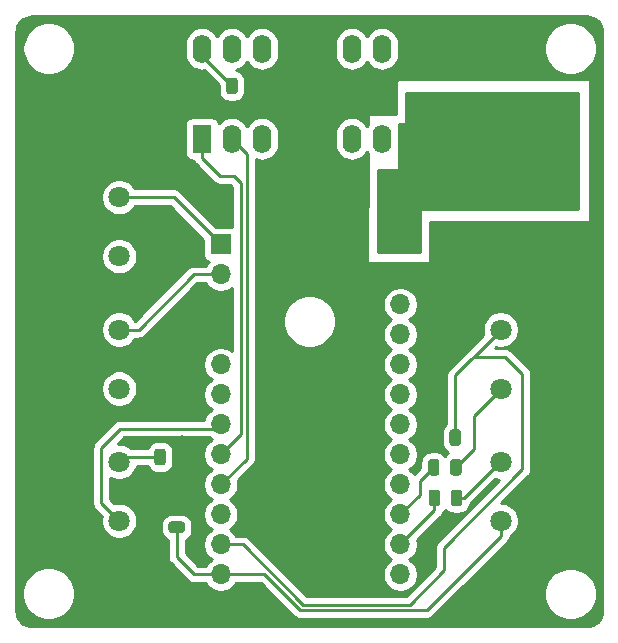
<source format=gbr>
%TF.GenerationSoftware,KiCad,Pcbnew,5.1.6-c6e7f7d~86~ubuntu18.04.1*%
%TF.CreationDate,2020-07-11T09:23:51+02:00*%
%TF.ProjectId,chickenDoor,63686963-6b65-46e4-946f-6f722e6b6963,rev?*%
%TF.SameCoordinates,Original*%
%TF.FileFunction,Copper,L2,Bot*%
%TF.FilePolarity,Positive*%
%FSLAX46Y46*%
G04 Gerber Fmt 4.6, Leading zero omitted, Abs format (unit mm)*
G04 Created by KiCad (PCBNEW 5.1.6-c6e7f7d~86~ubuntu18.04.1) date 2020-07-11 09:23:51*
%MOMM*%
%LPD*%
G01*
G04 APERTURE LIST*
%TA.AperFunction,ComponentPad*%
%ADD10C,1.800000*%
%TD*%
%TA.AperFunction,ComponentPad*%
%ADD11R,1.600000X2.400000*%
%TD*%
%TA.AperFunction,ComponentPad*%
%ADD12O,1.600000X2.400000*%
%TD*%
%TA.AperFunction,ComponentPad*%
%ADD13O,1.700000X1.700000*%
%TD*%
%TA.AperFunction,ComponentPad*%
%ADD14R,1.700000X1.700000*%
%TD*%
%TA.AperFunction,ViaPad*%
%ADD15C,0.800000*%
%TD*%
%TA.AperFunction,Conductor*%
%ADD16C,0.250000*%
%TD*%
%TA.AperFunction,Conductor*%
%ADD17C,0.254000*%
%TD*%
G04 APERTURE END LIST*
%TO.P,C1,1*%
%TO.N,Net-(C1-Pad1)*%
%TA.AperFunction,SMDPad,CuDef*%
G36*
G01*
X117452500Y-61026250D02*
X117452500Y-60113750D01*
G75*
G02*
X117696250Y-59870000I243750J0D01*
G01*
X118183750Y-59870000D01*
G75*
G02*
X118427500Y-60113750I0J-243750D01*
G01*
X118427500Y-61026250D01*
G75*
G02*
X118183750Y-61270000I-243750J0D01*
G01*
X117696250Y-61270000D01*
G75*
G02*
X117452500Y-61026250I0J243750D01*
G01*
G37*
%TD.AperFunction*%
%TO.P,C1,2*%
%TO.N,GND*%
%TA.AperFunction,SMDPad,CuDef*%
G36*
G01*
X119327500Y-61026250D02*
X119327500Y-60113750D01*
G75*
G02*
X119571250Y-59870000I243750J0D01*
G01*
X120058750Y-59870000D01*
G75*
G02*
X120302500Y-60113750I0J-243750D01*
G01*
X120302500Y-61026250D01*
G75*
G02*
X120058750Y-61270000I-243750J0D01*
G01*
X119571250Y-61270000D01*
G75*
G02*
X119327500Y-61026250I0J243750D01*
G01*
G37*
%TD.AperFunction*%
%TD*%
%TO.P,C2,2*%
%TO.N,GND*%
%TA.AperFunction,SMDPad,CuDef*%
G36*
G01*
X131812500Y-61793750D02*
X131812500Y-62706250D01*
G75*
G02*
X131568750Y-62950000I-243750J0D01*
G01*
X131081250Y-62950000D01*
G75*
G02*
X130837500Y-62706250I0J243750D01*
G01*
X130837500Y-61793750D01*
G75*
G02*
X131081250Y-61550000I243750J0D01*
G01*
X131568750Y-61550000D01*
G75*
G02*
X131812500Y-61793750I0J-243750D01*
G01*
G37*
%TD.AperFunction*%
%TO.P,C2,1*%
%TO.N,+6V*%
%TA.AperFunction,SMDPad,CuDef*%
G36*
G01*
X133687500Y-61793750D02*
X133687500Y-62706250D01*
G75*
G02*
X133443750Y-62950000I-243750J0D01*
G01*
X132956250Y-62950000D01*
G75*
G02*
X132712500Y-62706250I0J243750D01*
G01*
X132712500Y-61793750D01*
G75*
G02*
X132956250Y-61550000I243750J0D01*
G01*
X133443750Y-61550000D01*
G75*
G02*
X133687500Y-61793750I0J-243750D01*
G01*
G37*
%TD.AperFunction*%
%TD*%
D10*
%TO.P,J1,2*%
%TO.N,Vcc*%
X108400000Y-75000000D03*
%TO.P,J1,1*%
%TO.N,Move_complete*%
X108400000Y-70000000D03*
%TD*%
%TO.P,J2,1*%
%TO.N,Move_step*%
X108400000Y-81200000D03*
%TO.P,J2,2*%
%TO.N,Vcc*%
X108400000Y-86200000D03*
%TD*%
%TO.P,J3,2*%
%TO.N,Photo_Powr*%
X108400000Y-97400000D03*
%TO.P,J3,1*%
%TO.N,Photo_Sens*%
X108400000Y-92400000D03*
%TD*%
%TO.P,J4,1*%
%TO.N,Net-(J4-Pad1)*%
X140700000Y-86200000D03*
%TO.P,J4,2*%
%TO.N,End_down*%
X140700000Y-81200000D03*
%TD*%
%TO.P,J6,2*%
%TO.N,Net-(J6-Pad2)*%
X140700000Y-92400000D03*
%TO.P,J6,1*%
%TO.N,End_up*%
X140700000Y-97400000D03*
%TD*%
%TO.P,J8,1*%
%TO.N,GND*%
X140700000Y-75000000D03*
%TO.P,J8,2*%
%TO.N,+6V*%
X140700000Y-70000000D03*
%TD*%
%TO.P,R3,1*%
%TO.N,Photo_Sens*%
%TA.AperFunction,SMDPad,CuDef*%
G36*
G01*
X111377500Y-92446250D02*
X111377500Y-91533750D01*
G75*
G02*
X111621250Y-91290000I243750J0D01*
G01*
X112108750Y-91290000D01*
G75*
G02*
X112352500Y-91533750I0J-243750D01*
G01*
X112352500Y-92446250D01*
G75*
G02*
X112108750Y-92690000I-243750J0D01*
G01*
X111621250Y-92690000D01*
G75*
G02*
X111377500Y-92446250I0J243750D01*
G01*
G37*
%TD.AperFunction*%
%TO.P,R3,2*%
%TO.N,GND*%
%TA.AperFunction,SMDPad,CuDef*%
G36*
G01*
X113252500Y-92446250D02*
X113252500Y-91533750D01*
G75*
G02*
X113496250Y-91290000I243750J0D01*
G01*
X113983750Y-91290000D01*
G75*
G02*
X114227500Y-91533750I0J-243750D01*
G01*
X114227500Y-92446250D01*
G75*
G02*
X113983750Y-92690000I-243750J0D01*
G01*
X113496250Y-92690000D01*
G75*
G02*
X113252500Y-92446250I0J243750D01*
G01*
G37*
%TD.AperFunction*%
%TD*%
%TO.P,R4,1*%
%TO.N,End_down*%
%TA.AperFunction,SMDPad,CuDef*%
G36*
G01*
X137342500Y-89893750D02*
X137342500Y-90806250D01*
G75*
G02*
X137098750Y-91050000I-243750J0D01*
G01*
X136611250Y-91050000D01*
G75*
G02*
X136367500Y-90806250I0J243750D01*
G01*
X136367500Y-89893750D01*
G75*
G02*
X136611250Y-89650000I243750J0D01*
G01*
X137098750Y-89650000D01*
G75*
G02*
X137342500Y-89893750I0J-243750D01*
G01*
G37*
%TD.AperFunction*%
%TO.P,R4,2*%
%TO.N,GND*%
%TA.AperFunction,SMDPad,CuDef*%
G36*
G01*
X135467500Y-89893750D02*
X135467500Y-90806250D01*
G75*
G02*
X135223750Y-91050000I-243750J0D01*
G01*
X134736250Y-91050000D01*
G75*
G02*
X134492500Y-90806250I0J243750D01*
G01*
X134492500Y-89893750D01*
G75*
G02*
X134736250Y-89650000I243750J0D01*
G01*
X135223750Y-89650000D01*
G75*
G02*
X135467500Y-89893750I0J-243750D01*
G01*
G37*
%TD.AperFunction*%
%TD*%
%TO.P,R5,2*%
%TO.N,Net-(J4-Pad1)*%
%TA.AperFunction,SMDPad,CuDef*%
G36*
G01*
X136420000Y-93316250D02*
X136420000Y-92403750D01*
G75*
G02*
X136663750Y-92160000I243750J0D01*
G01*
X137151250Y-92160000D01*
G75*
G02*
X137395000Y-92403750I0J-243750D01*
G01*
X137395000Y-93316250D01*
G75*
G02*
X137151250Y-93560000I-243750J0D01*
G01*
X136663750Y-93560000D01*
G75*
G02*
X136420000Y-93316250I0J243750D01*
G01*
G37*
%TD.AperFunction*%
%TO.P,R5,1*%
%TO.N,5V_down*%
%TA.AperFunction,SMDPad,CuDef*%
G36*
G01*
X134545000Y-93316250D02*
X134545000Y-92403750D01*
G75*
G02*
X134788750Y-92160000I243750J0D01*
G01*
X135276250Y-92160000D01*
G75*
G02*
X135520000Y-92403750I0J-243750D01*
G01*
X135520000Y-93316250D01*
G75*
G02*
X135276250Y-93560000I-243750J0D01*
G01*
X134788750Y-93560000D01*
G75*
G02*
X134545000Y-93316250I0J243750D01*
G01*
G37*
%TD.AperFunction*%
%TD*%
%TO.P,R6,1*%
%TO.N,End_up*%
%TA.AperFunction,SMDPad,CuDef*%
G36*
G01*
X113726250Y-98427500D02*
X112813750Y-98427500D01*
G75*
G02*
X112570000Y-98183750I0J243750D01*
G01*
X112570000Y-97696250D01*
G75*
G02*
X112813750Y-97452500I243750J0D01*
G01*
X113726250Y-97452500D01*
G75*
G02*
X113970000Y-97696250I0J-243750D01*
G01*
X113970000Y-98183750D01*
G75*
G02*
X113726250Y-98427500I-243750J0D01*
G01*
G37*
%TD.AperFunction*%
%TO.P,R6,2*%
%TO.N,GND*%
%TA.AperFunction,SMDPad,CuDef*%
G36*
G01*
X113726250Y-96552500D02*
X112813750Y-96552500D01*
G75*
G02*
X112570000Y-96308750I0J243750D01*
G01*
X112570000Y-95821250D01*
G75*
G02*
X112813750Y-95577500I243750J0D01*
G01*
X113726250Y-95577500D01*
G75*
G02*
X113970000Y-95821250I0J-243750D01*
G01*
X113970000Y-96308750D01*
G75*
G02*
X113726250Y-96552500I-243750J0D01*
G01*
G37*
%TD.AperFunction*%
%TD*%
%TO.P,R7,1*%
%TO.N,5V_up*%
%TA.AperFunction,SMDPad,CuDef*%
G36*
G01*
X134597500Y-95906250D02*
X134597500Y-94993750D01*
G75*
G02*
X134841250Y-94750000I243750J0D01*
G01*
X135328750Y-94750000D01*
G75*
G02*
X135572500Y-94993750I0J-243750D01*
G01*
X135572500Y-95906250D01*
G75*
G02*
X135328750Y-96150000I-243750J0D01*
G01*
X134841250Y-96150000D01*
G75*
G02*
X134597500Y-95906250I0J243750D01*
G01*
G37*
%TD.AperFunction*%
%TO.P,R7,2*%
%TO.N,Net-(J6-Pad2)*%
%TA.AperFunction,SMDPad,CuDef*%
G36*
G01*
X136472500Y-95906250D02*
X136472500Y-94993750D01*
G75*
G02*
X136716250Y-94750000I243750J0D01*
G01*
X137203750Y-94750000D01*
G75*
G02*
X137447500Y-94993750I0J-243750D01*
G01*
X137447500Y-95906250D01*
G75*
G02*
X137203750Y-96150000I-243750J0D01*
G01*
X136716250Y-96150000D01*
G75*
G02*
X136472500Y-95906250I0J243750D01*
G01*
G37*
%TD.AperFunction*%
%TD*%
D11*
%TO.P,U1,1*%
%TO.N,Motor_EN*%
X115400000Y-65060000D03*
D12*
%TO.P,U1,9*%
%TO.N,GND*%
X133180000Y-57440000D03*
%TO.P,U1,2*%
%TO.N,Motor_0*%
X117940000Y-65060000D03*
%TO.P,U1,10*%
%TO.N,N/C*%
X130640000Y-57440000D03*
%TO.P,U1,3*%
X120480000Y-65060000D03*
%TO.P,U1,11*%
X128100000Y-57440000D03*
%TO.P,U1,4*%
%TO.N,GND*%
X123020000Y-65060000D03*
%TO.P,U1,12*%
X125560000Y-57440000D03*
%TO.P,U1,5*%
X125560000Y-65060000D03*
%TO.P,U1,13*%
X123020000Y-57440000D03*
%TO.P,U1,6*%
%TO.N,N/C*%
X128100000Y-65060000D03*
%TO.P,U1,14*%
X120480000Y-57440000D03*
%TO.P,U1,7*%
%TO.N,Motor_1*%
X130640000Y-65060000D03*
%TO.P,U1,15*%
%TO.N,N/C*%
X117940000Y-57440000D03*
%TO.P,U1,8*%
%TO.N,+6V*%
X133180000Y-65060000D03*
%TO.P,U1,16*%
%TO.N,Net-(C1-Pad1)*%
X115400000Y-57440000D03*
%TD*%
D13*
%TO.P,J5,12*%
%TO.N,End_up*%
X117000000Y-101940000D03*
%TO.P,J5,11*%
%TO.N,End_down*%
X117000000Y-99400000D03*
%TO.P,J5,10*%
%TO.N,Motor_1*%
X117000000Y-96860000D03*
%TO.P,J5,9*%
%TO.N,Motor_0*%
X117000000Y-94320000D03*
%TO.P,J5,8*%
%TO.N,Motor_EN*%
X117000000Y-91780000D03*
%TO.P,J5,7*%
%TO.N,Photo_Powr*%
X117000000Y-89240000D03*
%TO.P,J5,6*%
%TO.N,N/C*%
X117000000Y-86700000D03*
%TO.P,J5,5*%
X117000000Y-84160000D03*
%TO.P,J5,4*%
%TO.N,GND*%
X117000000Y-81620000D03*
%TO.P,J5,3*%
X117000000Y-79080000D03*
%TO.P,J5,2*%
%TO.N,Move_step*%
X117000000Y-76540000D03*
D14*
%TO.P,J5,1*%
%TO.N,Move_complete*%
X117000000Y-74000000D03*
%TD*%
%TO.P,J7,1*%
%TO.N,+6V*%
X132200000Y-74000000D03*
D13*
%TO.P,J7,2*%
%TO.N,GND*%
X132200000Y-76540000D03*
%TO.P,J7,3*%
%TO.N,N/C*%
X132200000Y-79080000D03*
%TO.P,J7,4*%
%TO.N,Vcc*%
X132200000Y-81620000D03*
%TO.P,J7,5*%
%TO.N,N/C*%
X132200000Y-84160000D03*
%TO.P,J7,6*%
X132200000Y-86700000D03*
%TO.P,J7,7*%
X132200000Y-89240000D03*
%TO.P,J7,8*%
%TO.N,Photo_Sens*%
X132200000Y-91780000D03*
%TO.P,J7,9*%
%TO.N,N/C*%
X132200000Y-94320000D03*
%TO.P,J7,10*%
%TO.N,5V_down*%
X132200000Y-96860000D03*
%TO.P,J7,11*%
%TO.N,5V_up*%
X132200000Y-99400000D03*
%TO.P,J7,12*%
%TO.N,5V_Motor_out*%
X132200000Y-101940000D03*
%TD*%
D15*
%TO.N,GND*%
X113750000Y-90560000D03*
X124120000Y-72560000D03*
X120050000Y-94770000D03*
X128550000Y-94720000D03*
X122960000Y-60090000D03*
X125020000Y-59990000D03*
X125040000Y-62030000D03*
X122970000Y-62030000D03*
X143940000Y-73150000D03*
X147000000Y-73150000D03*
X103710000Y-89230000D03*
X103740000Y-78060000D03*
X145390000Y-78070000D03*
X145280000Y-89300000D03*
X123140000Y-98670000D03*
X110090000Y-99480000D03*
%TO.N,+6V*%
X135990000Y-62010000D03*
X139000000Y-61980000D03*
X142000000Y-61960000D03*
X144990000Y-61980000D03*
X146070000Y-62970000D03*
X146030000Y-65960000D03*
X146070000Y-68980000D03*
X143960000Y-70070000D03*
X134960000Y-70000000D03*
X137860000Y-70000000D03*
%TD*%
D16*
%TO.N,Net-(C1-Pad1)*%
X115400000Y-58030000D02*
X117940000Y-60570000D01*
X115400000Y-57440000D02*
X115400000Y-58030000D01*
%TO.N,GND*%
X134980000Y-90350000D02*
X134980000Y-83820000D01*
X140710000Y-78090000D02*
X140710000Y-75010000D01*
X134980000Y-83820000D02*
X140710000Y-78090000D01*
X133180000Y-57440000D02*
X133180000Y-58770000D01*
X131325000Y-60625000D02*
X131325000Y-62250000D01*
X133180000Y-58770000D02*
X131325000Y-60625000D01*
X131325000Y-62250000D02*
X126400000Y-62250000D01*
X113270000Y-92460000D02*
X113740000Y-91990000D01*
X113270000Y-96065000D02*
X113270000Y-92460000D01*
X113740000Y-91990000D02*
X113740000Y-90570000D01*
X113740000Y-90570000D02*
X113750000Y-90560000D01*
X124520000Y-72540000D02*
X124500000Y-72560000D01*
X124500000Y-72560000D02*
X124120000Y-72560000D01*
X125560000Y-63090000D02*
X125560000Y-65060000D01*
X126400000Y-62250000D02*
X125560000Y-63090000D01*
X124120000Y-72560000D02*
X125100000Y-72560000D01*
X129080000Y-76540000D02*
X132200000Y-76540000D01*
X125100000Y-72560000D02*
X129080000Y-76540000D01*
%TO.N,+6V*%
X133200000Y-65040000D02*
X133180000Y-65060000D01*
X133200000Y-62250000D02*
X133200000Y-65040000D01*
%TO.N,Move_complete*%
X113000000Y-70000000D02*
X117000000Y-74000000D01*
X108400000Y-70000000D02*
X113000000Y-70000000D01*
%TO.N,Move_step*%
X108800000Y-80740000D02*
X108580000Y-80740000D01*
X108400000Y-81200000D02*
X110050000Y-81200000D01*
X114710000Y-76540000D02*
X117000000Y-76540000D01*
X110050000Y-81200000D02*
X114710000Y-76540000D01*
%TO.N,Photo_Powr*%
X106900000Y-91190000D02*
X108510000Y-89580000D01*
X108400000Y-97400000D02*
X106900000Y-95900000D01*
X106900000Y-95900000D02*
X106900000Y-91190000D01*
X116660000Y-89580000D02*
X117000000Y-89240000D01*
X108510000Y-89580000D02*
X116660000Y-89580000D01*
%TO.N,Photo_Sens*%
X108570000Y-91990000D02*
X108560000Y-91980000D01*
X108810000Y-91990000D02*
X108400000Y-92400000D01*
X111865000Y-91990000D02*
X108810000Y-91990000D01*
%TO.N,End_down*%
X136855000Y-90350000D02*
X136855000Y-85075000D01*
X136855000Y-85075000D02*
X138210000Y-83720000D01*
X139783002Y-83520000D02*
X139793002Y-83530000D01*
X138410000Y-83520000D02*
X139783002Y-83520000D01*
X138410000Y-83520000D02*
X140690000Y-81240000D01*
X138210000Y-83720000D02*
X138410000Y-83520000D01*
X139793002Y-83530000D02*
X141100000Y-83530000D01*
X141100000Y-83530000D02*
X142540000Y-84970000D01*
X142540000Y-84970000D02*
X142540000Y-93020000D01*
X142540000Y-93020000D02*
X135900000Y-99660000D01*
X135900000Y-99660000D02*
X135900000Y-101580000D01*
X135900000Y-101580000D02*
X132990000Y-104490000D01*
X132990000Y-104490000D02*
X123960000Y-104490000D01*
X118870000Y-99400000D02*
X117000000Y-99400000D01*
X123960000Y-104490000D02*
X118870000Y-99400000D01*
%TO.N,End_up*%
X113270000Y-97940000D02*
X113270000Y-100440000D01*
X114770000Y-101940000D02*
X117000000Y-101940000D01*
X113270000Y-100440000D02*
X114770000Y-101940000D01*
X134432782Y-104940010D02*
X123690010Y-104940010D01*
X140700000Y-97400000D02*
X140700000Y-98672792D01*
X140700000Y-98672792D02*
X134432782Y-104940010D01*
X120690000Y-101940000D02*
X117000000Y-101940000D01*
X123690010Y-104940010D02*
X120690000Y-101940000D01*
%TO.N,Motor_0*%
X119200010Y-92119990D02*
X117000000Y-94320000D01*
X117940000Y-65060000D02*
X119200010Y-66320010D01*
X119200010Y-66320010D02*
X119200010Y-92119990D01*
%TO.N,Motor_EN*%
X118750000Y-68820000D02*
X118750000Y-90030000D01*
X118120000Y-68190000D02*
X118750000Y-68820000D01*
X116950000Y-68190000D02*
X118120000Y-68190000D01*
X118750000Y-90030000D02*
X117000000Y-91780000D01*
X115400000Y-65060000D02*
X115400000Y-66640000D01*
X115400000Y-66640000D02*
X116950000Y-68190000D01*
%TO.N,Net-(J6-Pad2)*%
X137560000Y-95450000D02*
X140690000Y-92320000D01*
X136960000Y-95450000D02*
X137560000Y-95450000D01*
%TO.N,5V_up*%
X135035000Y-95400000D02*
X135085000Y-95450000D01*
X135085000Y-96515000D02*
X132200000Y-99400000D01*
X135085000Y-95450000D02*
X135085000Y-96515000D01*
%TO.N,5V_down*%
X135032500Y-92860000D02*
X133880000Y-94012500D01*
X133880000Y-95180000D02*
X132200000Y-96860000D01*
X133880000Y-94012500D02*
X133880000Y-95180000D01*
%TO.N,Net-(J4-Pad1)*%
X136907500Y-92860000D02*
X138450000Y-91317500D01*
X138450000Y-91317500D02*
X138450000Y-88480000D01*
X138450000Y-88480000D02*
X140690000Y-86240000D01*
%TD*%
D17*
%TO.N,+6V*%
G36*
X147253000Y-61146914D02*
G01*
X147253000Y-71022714D01*
X134010285Y-70993000D01*
X133985503Y-70995385D01*
X133961663Y-71002559D01*
X133939680Y-71014245D01*
X133920399Y-71029996D01*
X133904562Y-71049206D01*
X133892777Y-71071136D01*
X133885496Y-71094944D01*
X133883000Y-71120000D01*
X133883000Y-74613332D01*
X130317178Y-74622666D01*
X130326823Y-67727000D01*
X131990000Y-67727000D01*
X132014776Y-67724560D01*
X132038601Y-67717333D01*
X132060557Y-67705597D01*
X132079803Y-67689803D01*
X132095597Y-67670557D01*
X132107333Y-67648601D01*
X132114560Y-67624776D01*
X132117000Y-67600000D01*
X132117000Y-63827000D01*
X132560000Y-63827000D01*
X132584776Y-63824560D01*
X132608601Y-63817333D01*
X132630557Y-63805597D01*
X132649803Y-63789803D01*
X132665597Y-63770557D01*
X132677333Y-63748601D01*
X132684560Y-63724776D01*
X132687000Y-63700000D01*
X132687000Y-61137086D01*
X147253000Y-61146914D01*
G37*
X147253000Y-61146914D02*
X147253000Y-71022714D01*
X134010285Y-70993000D01*
X133985503Y-70995385D01*
X133961663Y-71002559D01*
X133939680Y-71014245D01*
X133920399Y-71029996D01*
X133904562Y-71049206D01*
X133892777Y-71071136D01*
X133885496Y-71094944D01*
X133883000Y-71120000D01*
X133883000Y-74613332D01*
X130317178Y-74622666D01*
X130326823Y-67727000D01*
X131990000Y-67727000D01*
X132014776Y-67724560D01*
X132038601Y-67717333D01*
X132060557Y-67705597D01*
X132079803Y-67689803D01*
X132095597Y-67670557D01*
X132107333Y-67648601D01*
X132114560Y-67624776D01*
X132117000Y-67600000D01*
X132117000Y-63827000D01*
X132560000Y-63827000D01*
X132584776Y-63824560D01*
X132608601Y-63817333D01*
X132630557Y-63805597D01*
X132649803Y-63789803D01*
X132665597Y-63770557D01*
X132677333Y-63748601D01*
X132684560Y-63724776D01*
X132687000Y-63700000D01*
X132687000Y-61137086D01*
X147253000Y-61146914D01*
%TO.N,GND*%
G36*
X148254782Y-54713267D02*
G01*
X148499855Y-54787259D01*
X148725890Y-54907443D01*
X148924281Y-55069248D01*
X149087460Y-55266497D01*
X149209220Y-55491687D01*
X149284924Y-55736247D01*
X149315000Y-56022398D01*
X149315001Y-104966484D01*
X149286733Y-105254782D01*
X149212741Y-105499855D01*
X149092554Y-105725893D01*
X148930754Y-105924279D01*
X148733503Y-106087460D01*
X148508310Y-106209221D01*
X148263753Y-106284924D01*
X147977602Y-106315000D01*
X101033505Y-106315000D01*
X100745218Y-106286733D01*
X100500145Y-106212741D01*
X100274107Y-106092554D01*
X100075721Y-105930754D01*
X99912540Y-105733503D01*
X99790779Y-105508310D01*
X99715076Y-105263753D01*
X99685000Y-104977602D01*
X99685000Y-103359872D01*
X100205000Y-103359872D01*
X100205000Y-103800128D01*
X100290890Y-104231925D01*
X100459369Y-104638669D01*
X100703962Y-105004729D01*
X101015271Y-105316038D01*
X101381331Y-105560631D01*
X101788075Y-105729110D01*
X102219872Y-105815000D01*
X102660128Y-105815000D01*
X103091925Y-105729110D01*
X103498669Y-105560631D01*
X103864729Y-105316038D01*
X104176038Y-105004729D01*
X104420631Y-104638669D01*
X104589110Y-104231925D01*
X104675000Y-103800128D01*
X104675000Y-103359872D01*
X104589110Y-102928075D01*
X104420631Y-102521331D01*
X104176038Y-102155271D01*
X103864729Y-101843962D01*
X103498669Y-101599369D01*
X103091925Y-101430890D01*
X102660128Y-101345000D01*
X102219872Y-101345000D01*
X101788075Y-101430890D01*
X101381331Y-101599369D01*
X101015271Y-101843962D01*
X100703962Y-102155271D01*
X100459369Y-102521331D01*
X100290890Y-102928075D01*
X100205000Y-103359872D01*
X99685000Y-103359872D01*
X99685000Y-91190000D01*
X106136324Y-91190000D01*
X106140001Y-91227332D01*
X106140000Y-95862677D01*
X106136324Y-95900000D01*
X106140000Y-95937322D01*
X106140000Y-95937332D01*
X106150997Y-96048985D01*
X106183638Y-96156589D01*
X106194454Y-96192246D01*
X106265026Y-96324276D01*
X106285315Y-96348998D01*
X106359999Y-96440001D01*
X106389003Y-96463804D01*
X106916269Y-96991070D01*
X106865000Y-97248816D01*
X106865000Y-97551184D01*
X106923989Y-97847743D01*
X107039701Y-98127095D01*
X107207688Y-98378505D01*
X107421495Y-98592312D01*
X107672905Y-98760299D01*
X107952257Y-98876011D01*
X108248816Y-98935000D01*
X108551184Y-98935000D01*
X108847743Y-98876011D01*
X109127095Y-98760299D01*
X109378505Y-98592312D01*
X109592312Y-98378505D01*
X109760299Y-98127095D01*
X109876011Y-97847743D01*
X109935000Y-97551184D01*
X109935000Y-97248816D01*
X109876011Y-96952257D01*
X109760299Y-96672905D01*
X109592312Y-96421495D01*
X109378505Y-96207688D01*
X109127095Y-96039701D01*
X108847743Y-95923989D01*
X108551184Y-95865000D01*
X108248816Y-95865000D01*
X107991070Y-95916269D01*
X107660000Y-95585199D01*
X107660000Y-93751676D01*
X107672905Y-93760299D01*
X107952257Y-93876011D01*
X108248816Y-93935000D01*
X108551184Y-93935000D01*
X108847743Y-93876011D01*
X109127095Y-93760299D01*
X109378505Y-93592312D01*
X109592312Y-93378505D01*
X109760299Y-93127095D01*
X109876011Y-92847743D01*
X109895453Y-92750000D01*
X110796327Y-92750000D01*
X110806553Y-92783709D01*
X110888042Y-92936164D01*
X110997708Y-93069792D01*
X111131336Y-93179458D01*
X111283791Y-93260947D01*
X111449215Y-93311128D01*
X111621250Y-93328072D01*
X112108750Y-93328072D01*
X112280785Y-93311128D01*
X112446209Y-93260947D01*
X112598664Y-93179458D01*
X112732292Y-93069792D01*
X112841958Y-92936164D01*
X112923447Y-92783709D01*
X112973628Y-92618285D01*
X112990572Y-92446250D01*
X112990572Y-91533750D01*
X112973628Y-91361715D01*
X112923447Y-91196291D01*
X112841958Y-91043836D01*
X112732292Y-90910208D01*
X112598664Y-90800542D01*
X112446209Y-90719053D01*
X112280785Y-90668872D01*
X112108750Y-90651928D01*
X111621250Y-90651928D01*
X111449215Y-90668872D01*
X111283791Y-90719053D01*
X111131336Y-90800542D01*
X110997708Y-90910208D01*
X110888042Y-91043836D01*
X110806553Y-91196291D01*
X110796327Y-91230000D01*
X109400817Y-91230000D01*
X109378505Y-91207688D01*
X109127095Y-91039701D01*
X108847743Y-90923989D01*
X108551184Y-90865000D01*
X108299802Y-90865000D01*
X108824802Y-90340000D01*
X115999893Y-90340000D01*
X116053368Y-90393475D01*
X116227760Y-90510000D01*
X116053368Y-90626525D01*
X115846525Y-90833368D01*
X115684010Y-91076589D01*
X115572068Y-91346842D01*
X115515000Y-91633740D01*
X115515000Y-91926260D01*
X115572068Y-92213158D01*
X115684010Y-92483411D01*
X115846525Y-92726632D01*
X116053368Y-92933475D01*
X116227760Y-93050000D01*
X116053368Y-93166525D01*
X115846525Y-93373368D01*
X115684010Y-93616589D01*
X115572068Y-93886842D01*
X115515000Y-94173740D01*
X115515000Y-94466260D01*
X115572068Y-94753158D01*
X115684010Y-95023411D01*
X115846525Y-95266632D01*
X116053368Y-95473475D01*
X116227760Y-95590000D01*
X116053368Y-95706525D01*
X115846525Y-95913368D01*
X115684010Y-96156589D01*
X115572068Y-96426842D01*
X115515000Y-96713740D01*
X115515000Y-97006260D01*
X115572068Y-97293158D01*
X115684010Y-97563411D01*
X115846525Y-97806632D01*
X116053368Y-98013475D01*
X116227760Y-98130000D01*
X116053368Y-98246525D01*
X115846525Y-98453368D01*
X115684010Y-98696589D01*
X115572068Y-98966842D01*
X115515000Y-99253740D01*
X115515000Y-99546260D01*
X115572068Y-99833158D01*
X115684010Y-100103411D01*
X115846525Y-100346632D01*
X116053368Y-100553475D01*
X116227760Y-100670000D01*
X116053368Y-100786525D01*
X115846525Y-100993368D01*
X115721822Y-101180000D01*
X115084802Y-101180000D01*
X114030000Y-100125199D01*
X114030000Y-99008673D01*
X114063709Y-98998447D01*
X114216164Y-98916958D01*
X114349792Y-98807292D01*
X114459458Y-98673664D01*
X114540947Y-98521209D01*
X114591128Y-98355785D01*
X114608072Y-98183750D01*
X114608072Y-97696250D01*
X114591128Y-97524215D01*
X114540947Y-97358791D01*
X114459458Y-97206336D01*
X114349792Y-97072708D01*
X114216164Y-96963042D01*
X114063709Y-96881553D01*
X113898285Y-96831372D01*
X113726250Y-96814428D01*
X112813750Y-96814428D01*
X112641715Y-96831372D01*
X112476291Y-96881553D01*
X112323836Y-96963042D01*
X112190208Y-97072708D01*
X112080542Y-97206336D01*
X111999053Y-97358791D01*
X111948872Y-97524215D01*
X111931928Y-97696250D01*
X111931928Y-98183750D01*
X111948872Y-98355785D01*
X111999053Y-98521209D01*
X112080542Y-98673664D01*
X112190208Y-98807292D01*
X112323836Y-98916958D01*
X112476291Y-98998447D01*
X112510000Y-99008673D01*
X112510001Y-100402668D01*
X112506324Y-100440000D01*
X112510001Y-100477333D01*
X112517501Y-100553475D01*
X112520998Y-100588985D01*
X112564454Y-100732246D01*
X112635026Y-100864276D01*
X112706201Y-100951002D01*
X112730000Y-100980001D01*
X112758998Y-101003799D01*
X114206200Y-102451002D01*
X114229999Y-102480001D01*
X114345724Y-102574974D01*
X114477753Y-102645546D01*
X114621014Y-102689003D01*
X114732667Y-102700000D01*
X114732676Y-102700000D01*
X114769999Y-102703676D01*
X114807322Y-102700000D01*
X115721822Y-102700000D01*
X115846525Y-102886632D01*
X116053368Y-103093475D01*
X116296589Y-103255990D01*
X116566842Y-103367932D01*
X116853740Y-103425000D01*
X117146260Y-103425000D01*
X117433158Y-103367932D01*
X117703411Y-103255990D01*
X117946632Y-103093475D01*
X118153475Y-102886632D01*
X118278178Y-102700000D01*
X120375199Y-102700000D01*
X123126211Y-105451013D01*
X123150009Y-105480011D01*
X123265734Y-105574984D01*
X123397763Y-105645556D01*
X123541024Y-105689013D01*
X123652677Y-105700010D01*
X123652687Y-105700010D01*
X123690010Y-105703686D01*
X123727333Y-105700010D01*
X134395460Y-105700010D01*
X134432782Y-105703686D01*
X134470104Y-105700010D01*
X134470115Y-105700010D01*
X134581768Y-105689013D01*
X134725029Y-105645556D01*
X134857058Y-105574984D01*
X134972783Y-105480011D01*
X134996586Y-105451007D01*
X137077721Y-103369872D01*
X144355000Y-103369872D01*
X144355000Y-103810128D01*
X144440890Y-104241925D01*
X144609369Y-104648669D01*
X144853962Y-105014729D01*
X145165271Y-105326038D01*
X145531331Y-105570631D01*
X145938075Y-105739110D01*
X146369872Y-105825000D01*
X146810128Y-105825000D01*
X147241925Y-105739110D01*
X147648669Y-105570631D01*
X148014729Y-105326038D01*
X148326038Y-105014729D01*
X148570631Y-104648669D01*
X148739110Y-104241925D01*
X148825000Y-103810128D01*
X148825000Y-103369872D01*
X148739110Y-102938075D01*
X148570631Y-102531331D01*
X148326038Y-102165271D01*
X148014729Y-101853962D01*
X147648669Y-101609369D01*
X147241925Y-101440890D01*
X146810128Y-101355000D01*
X146369872Y-101355000D01*
X145938075Y-101440890D01*
X145531331Y-101609369D01*
X145165271Y-101853962D01*
X144853962Y-102165271D01*
X144609369Y-102531331D01*
X144440890Y-102938075D01*
X144355000Y-103369872D01*
X137077721Y-103369872D01*
X141211003Y-99236591D01*
X141240001Y-99212793D01*
X141334974Y-99097068D01*
X141405546Y-98965039D01*
X141449003Y-98821778D01*
X141457028Y-98740298D01*
X141678505Y-98592312D01*
X141892312Y-98378505D01*
X142060299Y-98127095D01*
X142176011Y-97847743D01*
X142235000Y-97551184D01*
X142235000Y-97248816D01*
X142176011Y-96952257D01*
X142060299Y-96672905D01*
X141892312Y-96421495D01*
X141678505Y-96207688D01*
X141427095Y-96039701D01*
X141147743Y-95923989D01*
X140851184Y-95865000D01*
X140769802Y-95865000D01*
X143051003Y-93583799D01*
X143080001Y-93560001D01*
X143128013Y-93501498D01*
X143174974Y-93444277D01*
X143245546Y-93312247D01*
X143285826Y-93179458D01*
X143289003Y-93168986D01*
X143300000Y-93057333D01*
X143300000Y-93057324D01*
X143303676Y-93020001D01*
X143300000Y-92982678D01*
X143300000Y-85007333D01*
X143303677Y-84970000D01*
X143289003Y-84821014D01*
X143245546Y-84677753D01*
X143174974Y-84545724D01*
X143103799Y-84458997D01*
X143080001Y-84429999D01*
X143051004Y-84406202D01*
X141663804Y-83019003D01*
X141640001Y-82989999D01*
X141524276Y-82895026D01*
X141392247Y-82824454D01*
X141248986Y-82780997D01*
X141137333Y-82770000D01*
X141137322Y-82770000D01*
X141100000Y-82766324D01*
X141062678Y-82770000D01*
X140234802Y-82770000D01*
X140316093Y-82688709D01*
X140548816Y-82735000D01*
X140851184Y-82735000D01*
X141147743Y-82676011D01*
X141427095Y-82560299D01*
X141678505Y-82392312D01*
X141892312Y-82178505D01*
X142060299Y-81927095D01*
X142176011Y-81647743D01*
X142235000Y-81351184D01*
X142235000Y-81048816D01*
X142176011Y-80752257D01*
X142060299Y-80472905D01*
X141892312Y-80221495D01*
X141678505Y-80007688D01*
X141427095Y-79839701D01*
X141147743Y-79723989D01*
X140851184Y-79665000D01*
X140548816Y-79665000D01*
X140252257Y-79723989D01*
X139972905Y-79839701D01*
X139721495Y-80007688D01*
X139507688Y-80221495D01*
X139339701Y-80472905D01*
X139223989Y-80752257D01*
X139165000Y-81048816D01*
X139165000Y-81351184D01*
X139221246Y-81633952D01*
X137899003Y-82956196D01*
X137869999Y-82979999D01*
X137846196Y-83009003D01*
X137699007Y-83156192D01*
X137698996Y-83156201D01*
X136343998Y-84511201D01*
X136315000Y-84534999D01*
X136291202Y-84563997D01*
X136291201Y-84563998D01*
X136220026Y-84650724D01*
X136149454Y-84782754D01*
X136105998Y-84926015D01*
X136091324Y-85075000D01*
X136095001Y-85112332D01*
X136095000Y-89182155D01*
X135987708Y-89270208D01*
X135878042Y-89403836D01*
X135796553Y-89556291D01*
X135746372Y-89721715D01*
X135729428Y-89893750D01*
X135729428Y-90806250D01*
X135746372Y-90978285D01*
X135796553Y-91143709D01*
X135878042Y-91296164D01*
X135987708Y-91429792D01*
X136121336Y-91539458D01*
X136270206Y-91619031D01*
X136173836Y-91670542D01*
X136040208Y-91780208D01*
X135970000Y-91865756D01*
X135899792Y-91780208D01*
X135766164Y-91670542D01*
X135613709Y-91589053D01*
X135448285Y-91538872D01*
X135276250Y-91521928D01*
X134788750Y-91521928D01*
X134616715Y-91538872D01*
X134451291Y-91589053D01*
X134298836Y-91670542D01*
X134165208Y-91780208D01*
X134055542Y-91913836D01*
X133974053Y-92066291D01*
X133923872Y-92231715D01*
X133906928Y-92403750D01*
X133906928Y-92910771D01*
X133389867Y-93427832D01*
X133353475Y-93373368D01*
X133146632Y-93166525D01*
X132972240Y-93050000D01*
X133146632Y-92933475D01*
X133353475Y-92726632D01*
X133515990Y-92483411D01*
X133627932Y-92213158D01*
X133685000Y-91926260D01*
X133685000Y-91633740D01*
X133627932Y-91346842D01*
X133515990Y-91076589D01*
X133353475Y-90833368D01*
X133146632Y-90626525D01*
X132972240Y-90510000D01*
X133146632Y-90393475D01*
X133353475Y-90186632D01*
X133515990Y-89943411D01*
X133627932Y-89673158D01*
X133685000Y-89386260D01*
X133685000Y-89093740D01*
X133627932Y-88806842D01*
X133515990Y-88536589D01*
X133353475Y-88293368D01*
X133146632Y-88086525D01*
X132972240Y-87970000D01*
X133146632Y-87853475D01*
X133353475Y-87646632D01*
X133515990Y-87403411D01*
X133627932Y-87133158D01*
X133685000Y-86846260D01*
X133685000Y-86553740D01*
X133627932Y-86266842D01*
X133515990Y-85996589D01*
X133353475Y-85753368D01*
X133146632Y-85546525D01*
X132972240Y-85430000D01*
X133146632Y-85313475D01*
X133353475Y-85106632D01*
X133515990Y-84863411D01*
X133627932Y-84593158D01*
X133685000Y-84306260D01*
X133685000Y-84013740D01*
X133627932Y-83726842D01*
X133515990Y-83456589D01*
X133353475Y-83213368D01*
X133146632Y-83006525D01*
X132972240Y-82890000D01*
X133146632Y-82773475D01*
X133353475Y-82566632D01*
X133515990Y-82323411D01*
X133627932Y-82053158D01*
X133685000Y-81766260D01*
X133685000Y-81473740D01*
X133627932Y-81186842D01*
X133515990Y-80916589D01*
X133353475Y-80673368D01*
X133146632Y-80466525D01*
X132972240Y-80350000D01*
X133146632Y-80233475D01*
X133353475Y-80026632D01*
X133515990Y-79783411D01*
X133627932Y-79513158D01*
X133685000Y-79226260D01*
X133685000Y-78933740D01*
X133627932Y-78646842D01*
X133515990Y-78376589D01*
X133353475Y-78133368D01*
X133146632Y-77926525D01*
X132903411Y-77764010D01*
X132633158Y-77652068D01*
X132346260Y-77595000D01*
X132053740Y-77595000D01*
X131766842Y-77652068D01*
X131496589Y-77764010D01*
X131253368Y-77926525D01*
X131046525Y-78133368D01*
X130884010Y-78376589D01*
X130772068Y-78646842D01*
X130715000Y-78933740D01*
X130715000Y-79226260D01*
X130772068Y-79513158D01*
X130884010Y-79783411D01*
X131046525Y-80026632D01*
X131253368Y-80233475D01*
X131427760Y-80350000D01*
X131253368Y-80466525D01*
X131046525Y-80673368D01*
X130884010Y-80916589D01*
X130772068Y-81186842D01*
X130715000Y-81473740D01*
X130715000Y-81766260D01*
X130772068Y-82053158D01*
X130884010Y-82323411D01*
X131046525Y-82566632D01*
X131253368Y-82773475D01*
X131427760Y-82890000D01*
X131253368Y-83006525D01*
X131046525Y-83213368D01*
X130884010Y-83456589D01*
X130772068Y-83726842D01*
X130715000Y-84013740D01*
X130715000Y-84306260D01*
X130772068Y-84593158D01*
X130884010Y-84863411D01*
X131046525Y-85106632D01*
X131253368Y-85313475D01*
X131427760Y-85430000D01*
X131253368Y-85546525D01*
X131046525Y-85753368D01*
X130884010Y-85996589D01*
X130772068Y-86266842D01*
X130715000Y-86553740D01*
X130715000Y-86846260D01*
X130772068Y-87133158D01*
X130884010Y-87403411D01*
X131046525Y-87646632D01*
X131253368Y-87853475D01*
X131427760Y-87970000D01*
X131253368Y-88086525D01*
X131046525Y-88293368D01*
X130884010Y-88536589D01*
X130772068Y-88806842D01*
X130715000Y-89093740D01*
X130715000Y-89386260D01*
X130772068Y-89673158D01*
X130884010Y-89943411D01*
X131046525Y-90186632D01*
X131253368Y-90393475D01*
X131427760Y-90510000D01*
X131253368Y-90626525D01*
X131046525Y-90833368D01*
X130884010Y-91076589D01*
X130772068Y-91346842D01*
X130715000Y-91633740D01*
X130715000Y-91926260D01*
X130772068Y-92213158D01*
X130884010Y-92483411D01*
X131046525Y-92726632D01*
X131253368Y-92933475D01*
X131427760Y-93050000D01*
X131253368Y-93166525D01*
X131046525Y-93373368D01*
X130884010Y-93616589D01*
X130772068Y-93886842D01*
X130715000Y-94173740D01*
X130715000Y-94466260D01*
X130772068Y-94753158D01*
X130884010Y-95023411D01*
X131046525Y-95266632D01*
X131253368Y-95473475D01*
X131427760Y-95590000D01*
X131253368Y-95706525D01*
X131046525Y-95913368D01*
X130884010Y-96156589D01*
X130772068Y-96426842D01*
X130715000Y-96713740D01*
X130715000Y-97006260D01*
X130772068Y-97293158D01*
X130884010Y-97563411D01*
X131046525Y-97806632D01*
X131253368Y-98013475D01*
X131427760Y-98130000D01*
X131253368Y-98246525D01*
X131046525Y-98453368D01*
X130884010Y-98696589D01*
X130772068Y-98966842D01*
X130715000Y-99253740D01*
X130715000Y-99546260D01*
X130772068Y-99833158D01*
X130884010Y-100103411D01*
X131046525Y-100346632D01*
X131253368Y-100553475D01*
X131427760Y-100670000D01*
X131253368Y-100786525D01*
X131046525Y-100993368D01*
X130884010Y-101236589D01*
X130772068Y-101506842D01*
X130715000Y-101793740D01*
X130715000Y-102086260D01*
X130772068Y-102373158D01*
X130884010Y-102643411D01*
X131046525Y-102886632D01*
X131253368Y-103093475D01*
X131496589Y-103255990D01*
X131766842Y-103367932D01*
X132053740Y-103425000D01*
X132346260Y-103425000D01*
X132633158Y-103367932D01*
X132903411Y-103255990D01*
X133146632Y-103093475D01*
X133353475Y-102886632D01*
X133515990Y-102643411D01*
X133627932Y-102373158D01*
X133685000Y-102086260D01*
X133685000Y-101793740D01*
X133627932Y-101506842D01*
X133515990Y-101236589D01*
X133353475Y-100993368D01*
X133146632Y-100786525D01*
X132972240Y-100670000D01*
X133146632Y-100553475D01*
X133353475Y-100346632D01*
X133515990Y-100103411D01*
X133627932Y-99833158D01*
X133685000Y-99546260D01*
X133685000Y-99253740D01*
X133641209Y-99033592D01*
X135596003Y-97078799D01*
X135625001Y-97055001D01*
X135665002Y-97006260D01*
X135719974Y-96939277D01*
X135790546Y-96807247D01*
X135834003Y-96663986D01*
X135837980Y-96623606D01*
X135952292Y-96529792D01*
X136022500Y-96444244D01*
X136092708Y-96529792D01*
X136226336Y-96639458D01*
X136378791Y-96720947D01*
X136544215Y-96771128D01*
X136716250Y-96788072D01*
X137203750Y-96788072D01*
X137375785Y-96771128D01*
X137541209Y-96720947D01*
X137693664Y-96639458D01*
X137827292Y-96529792D01*
X137936958Y-96396164D01*
X138018447Y-96243709D01*
X138068628Y-96078285D01*
X138075329Y-96010249D01*
X138100001Y-95990001D01*
X138123804Y-95960997D01*
X140221522Y-93863280D01*
X140252257Y-93876011D01*
X140548816Y-93935000D01*
X140550198Y-93935000D01*
X135389003Y-99096196D01*
X135359999Y-99119999D01*
X135304871Y-99187174D01*
X135265026Y-99235724D01*
X135194455Y-99367753D01*
X135194454Y-99367754D01*
X135150997Y-99511015D01*
X135140000Y-99622668D01*
X135140000Y-99622678D01*
X135136324Y-99660000D01*
X135140000Y-99697323D01*
X135140001Y-101265196D01*
X132675199Y-103730000D01*
X124274802Y-103730000D01*
X119433804Y-98889003D01*
X119410001Y-98859999D01*
X119294276Y-98765026D01*
X119162247Y-98694454D01*
X119018986Y-98650997D01*
X118907333Y-98640000D01*
X118907322Y-98640000D01*
X118870000Y-98636324D01*
X118832678Y-98640000D01*
X118278178Y-98640000D01*
X118153475Y-98453368D01*
X117946632Y-98246525D01*
X117772240Y-98130000D01*
X117946632Y-98013475D01*
X118153475Y-97806632D01*
X118315990Y-97563411D01*
X118427932Y-97293158D01*
X118485000Y-97006260D01*
X118485000Y-96713740D01*
X118427932Y-96426842D01*
X118315990Y-96156589D01*
X118153475Y-95913368D01*
X117946632Y-95706525D01*
X117772240Y-95590000D01*
X117946632Y-95473475D01*
X118153475Y-95266632D01*
X118315990Y-95023411D01*
X118427932Y-94753158D01*
X118485000Y-94466260D01*
X118485000Y-94173740D01*
X118441209Y-93953592D01*
X119711013Y-92683789D01*
X119740011Y-92659991D01*
X119774238Y-92618285D01*
X119834984Y-92544267D01*
X119905556Y-92412237D01*
X119926316Y-92343799D01*
X119949013Y-92268976D01*
X119960010Y-92157323D01*
X119960010Y-92157313D01*
X119963686Y-92119990D01*
X119960010Y-92082668D01*
X119960010Y-80269872D01*
X122285000Y-80269872D01*
X122285000Y-80710128D01*
X122370890Y-81141925D01*
X122539369Y-81548669D01*
X122783962Y-81914729D01*
X123095271Y-82226038D01*
X123461331Y-82470631D01*
X123868075Y-82639110D01*
X124299872Y-82725000D01*
X124740128Y-82725000D01*
X125171925Y-82639110D01*
X125578669Y-82470631D01*
X125944729Y-82226038D01*
X126256038Y-81914729D01*
X126500631Y-81548669D01*
X126669110Y-81141925D01*
X126755000Y-80710128D01*
X126755000Y-80269872D01*
X126669110Y-79838075D01*
X126500631Y-79431331D01*
X126256038Y-79065271D01*
X125944729Y-78753962D01*
X125578669Y-78509369D01*
X125171925Y-78340890D01*
X124740128Y-78255000D01*
X124299872Y-78255000D01*
X123868075Y-78340890D01*
X123461331Y-78509369D01*
X123095271Y-78753962D01*
X122783962Y-79065271D01*
X122539369Y-79431331D01*
X122370890Y-79838075D01*
X122285000Y-80269872D01*
X119960010Y-80269872D01*
X119960010Y-66801833D01*
X120198692Y-66874236D01*
X120480000Y-66901943D01*
X120761309Y-66874236D01*
X121031808Y-66792182D01*
X121281101Y-66658932D01*
X121499608Y-66479608D01*
X121678932Y-66261101D01*
X121812182Y-66011808D01*
X121894236Y-65741309D01*
X121915000Y-65530491D01*
X121915000Y-64589509D01*
X126665000Y-64589509D01*
X126665000Y-65530492D01*
X126685764Y-65741309D01*
X126767818Y-66011808D01*
X126901068Y-66261101D01*
X127080393Y-66479608D01*
X127298900Y-66658932D01*
X127548193Y-66792182D01*
X127818692Y-66874236D01*
X128100000Y-66901943D01*
X128381309Y-66874236D01*
X128651808Y-66792182D01*
X128901101Y-66658932D01*
X129119608Y-66479608D01*
X129298932Y-66261101D01*
X129370000Y-66128142D01*
X129441068Y-66261101D01*
X129452683Y-66275254D01*
X129423001Y-75439589D01*
X129425361Y-75464373D01*
X129432511Y-75488221D01*
X129444175Y-75510215D01*
X129459907Y-75529511D01*
X129479101Y-75545368D01*
X129501019Y-75557175D01*
X129524820Y-75564479D01*
X129550505Y-75566999D01*
X134580505Y-75546999D01*
X134605272Y-75544460D01*
X134629067Y-75537139D01*
X134650977Y-75525315D01*
X134670159Y-75509445D01*
X134685876Y-75490137D01*
X134697525Y-75468134D01*
X134704657Y-75444281D01*
X134706998Y-75419270D01*
X134687733Y-72067094D01*
X148099906Y-72077000D01*
X148124684Y-72074578D01*
X148148514Y-72067369D01*
X148170479Y-72055649D01*
X148189736Y-72039869D01*
X148205545Y-72020635D01*
X148217297Y-71998687D01*
X148224541Y-71974868D01*
X148227000Y-71950322D01*
X148257000Y-60130322D01*
X148254622Y-60105540D01*
X148247456Y-60081697D01*
X148235775Y-60059711D01*
X148220030Y-60040426D01*
X148200825Y-60024583D01*
X148178898Y-60012791D01*
X148155093Y-60005504D01*
X148130000Y-60003000D01*
X131960000Y-60003000D01*
X131935224Y-60005440D01*
X131911399Y-60012667D01*
X131889443Y-60024403D01*
X131870197Y-60040197D01*
X131854403Y-60059443D01*
X131842667Y-60081399D01*
X131835440Y-60105224D01*
X131833001Y-60129569D01*
X131823428Y-62953535D01*
X129589462Y-62963001D01*
X129564696Y-62965546D01*
X129540902Y-62972874D01*
X129518996Y-62984703D01*
X129499818Y-63000579D01*
X129484105Y-63019891D01*
X129472462Y-63041897D01*
X129465336Y-63065752D01*
X129463001Y-63089589D01*
X129460586Y-63835117D01*
X129441068Y-63858900D01*
X129370000Y-63991858D01*
X129298932Y-63858899D01*
X129119607Y-63640392D01*
X128901100Y-63461068D01*
X128651807Y-63327818D01*
X128381308Y-63245764D01*
X128100000Y-63218057D01*
X127818691Y-63245764D01*
X127548192Y-63327818D01*
X127298899Y-63461068D01*
X127080392Y-63640393D01*
X126901068Y-63858900D01*
X126767818Y-64108193D01*
X126685764Y-64378692D01*
X126665000Y-64589509D01*
X121915000Y-64589509D01*
X121915000Y-64589508D01*
X121894236Y-64378691D01*
X121812182Y-64108192D01*
X121678932Y-63858899D01*
X121499607Y-63640392D01*
X121281100Y-63461068D01*
X121031807Y-63327818D01*
X120761308Y-63245764D01*
X120480000Y-63218057D01*
X120198691Y-63245764D01*
X119928192Y-63327818D01*
X119678899Y-63461068D01*
X119460392Y-63640393D01*
X119281068Y-63858900D01*
X119210000Y-63991858D01*
X119138932Y-63858899D01*
X118959607Y-63640392D01*
X118741100Y-63461068D01*
X118491807Y-63327818D01*
X118221308Y-63245764D01*
X117940000Y-63218057D01*
X117658691Y-63245764D01*
X117388192Y-63327818D01*
X117138899Y-63461068D01*
X116920392Y-63640393D01*
X116827581Y-63753483D01*
X116825812Y-63735518D01*
X116789502Y-63615820D01*
X116730537Y-63505506D01*
X116651185Y-63408815D01*
X116554494Y-63329463D01*
X116444180Y-63270498D01*
X116324482Y-63234188D01*
X116200000Y-63221928D01*
X114600000Y-63221928D01*
X114475518Y-63234188D01*
X114355820Y-63270498D01*
X114245506Y-63329463D01*
X114148815Y-63408815D01*
X114069463Y-63505506D01*
X114010498Y-63615820D01*
X113974188Y-63735518D01*
X113961928Y-63860000D01*
X113961928Y-66260000D01*
X113974188Y-66384482D01*
X114010498Y-66504180D01*
X114069463Y-66614494D01*
X114148815Y-66711185D01*
X114245506Y-66790537D01*
X114355820Y-66849502D01*
X114475518Y-66885812D01*
X114600000Y-66898072D01*
X114684088Y-66898072D01*
X114694454Y-66932246D01*
X114765026Y-67064276D01*
X114780956Y-67083686D01*
X114860000Y-67180001D01*
X114888998Y-67203799D01*
X116386200Y-68701002D01*
X116409999Y-68730001D01*
X116438997Y-68753799D01*
X116525723Y-68824974D01*
X116625041Y-68878061D01*
X116657753Y-68895546D01*
X116801014Y-68939003D01*
X116912667Y-68950000D01*
X116912677Y-68950000D01*
X116949999Y-68953676D01*
X116987322Y-68950000D01*
X117805199Y-68950000D01*
X117990000Y-69134802D01*
X117990000Y-72528895D01*
X117974482Y-72524188D01*
X117850000Y-72511928D01*
X116586730Y-72511928D01*
X113563804Y-69489003D01*
X113540001Y-69459999D01*
X113424276Y-69365026D01*
X113292247Y-69294454D01*
X113148986Y-69250997D01*
X113037333Y-69240000D01*
X113037322Y-69240000D01*
X113000000Y-69236324D01*
X112962678Y-69240000D01*
X109738313Y-69240000D01*
X109592312Y-69021495D01*
X109378505Y-68807688D01*
X109127095Y-68639701D01*
X108847743Y-68523989D01*
X108551184Y-68465000D01*
X108248816Y-68465000D01*
X107952257Y-68523989D01*
X107672905Y-68639701D01*
X107421495Y-68807688D01*
X107207688Y-69021495D01*
X107039701Y-69272905D01*
X106923989Y-69552257D01*
X106865000Y-69848816D01*
X106865000Y-70151184D01*
X106923989Y-70447743D01*
X107039701Y-70727095D01*
X107207688Y-70978505D01*
X107421495Y-71192312D01*
X107672905Y-71360299D01*
X107952257Y-71476011D01*
X108248816Y-71535000D01*
X108551184Y-71535000D01*
X108847743Y-71476011D01*
X109127095Y-71360299D01*
X109378505Y-71192312D01*
X109592312Y-70978505D01*
X109738313Y-70760000D01*
X112685199Y-70760000D01*
X115511928Y-73586730D01*
X115511928Y-74850000D01*
X115524188Y-74974482D01*
X115560498Y-75094180D01*
X115619463Y-75204494D01*
X115698815Y-75301185D01*
X115795506Y-75380537D01*
X115905820Y-75439502D01*
X115978380Y-75461513D01*
X115846525Y-75593368D01*
X115721822Y-75780000D01*
X114747322Y-75780000D01*
X114709999Y-75776324D01*
X114672676Y-75780000D01*
X114672667Y-75780000D01*
X114561014Y-75790997D01*
X114417753Y-75834454D01*
X114285724Y-75905026D01*
X114169999Y-75999999D01*
X114146201Y-76028997D01*
X109737065Y-80438134D01*
X109592312Y-80221495D01*
X109378505Y-80007688D01*
X109127095Y-79839701D01*
X108847743Y-79723989D01*
X108551184Y-79665000D01*
X108248816Y-79665000D01*
X107952257Y-79723989D01*
X107672905Y-79839701D01*
X107421495Y-80007688D01*
X107207688Y-80221495D01*
X107039701Y-80472905D01*
X106923989Y-80752257D01*
X106865000Y-81048816D01*
X106865000Y-81351184D01*
X106923989Y-81647743D01*
X107039701Y-81927095D01*
X107207688Y-82178505D01*
X107421495Y-82392312D01*
X107672905Y-82560299D01*
X107952257Y-82676011D01*
X108248816Y-82735000D01*
X108551184Y-82735000D01*
X108847743Y-82676011D01*
X109127095Y-82560299D01*
X109378505Y-82392312D01*
X109592312Y-82178505D01*
X109738313Y-81960000D01*
X110012678Y-81960000D01*
X110050000Y-81963676D01*
X110087322Y-81960000D01*
X110087333Y-81960000D01*
X110198986Y-81949003D01*
X110342247Y-81905546D01*
X110474276Y-81834974D01*
X110590001Y-81740001D01*
X110613804Y-81710997D01*
X115024802Y-77300000D01*
X115721822Y-77300000D01*
X115846525Y-77486632D01*
X116053368Y-77693475D01*
X116296589Y-77855990D01*
X116566842Y-77967932D01*
X116853740Y-78025000D01*
X117146260Y-78025000D01*
X117433158Y-77967932D01*
X117703411Y-77855990D01*
X117946632Y-77693475D01*
X117990000Y-77650107D01*
X117990001Y-83049894D01*
X117946632Y-83006525D01*
X117703411Y-82844010D01*
X117433158Y-82732068D01*
X117146260Y-82675000D01*
X116853740Y-82675000D01*
X116566842Y-82732068D01*
X116296589Y-82844010D01*
X116053368Y-83006525D01*
X115846525Y-83213368D01*
X115684010Y-83456589D01*
X115572068Y-83726842D01*
X115515000Y-84013740D01*
X115515000Y-84306260D01*
X115572068Y-84593158D01*
X115684010Y-84863411D01*
X115846525Y-85106632D01*
X116053368Y-85313475D01*
X116227760Y-85430000D01*
X116053368Y-85546525D01*
X115846525Y-85753368D01*
X115684010Y-85996589D01*
X115572068Y-86266842D01*
X115515000Y-86553740D01*
X115515000Y-86846260D01*
X115572068Y-87133158D01*
X115684010Y-87403411D01*
X115846525Y-87646632D01*
X116053368Y-87853475D01*
X116227760Y-87970000D01*
X116053368Y-88086525D01*
X115846525Y-88293368D01*
X115684010Y-88536589D01*
X115572068Y-88806842D01*
X115569451Y-88820000D01*
X108547323Y-88820000D01*
X108510000Y-88816324D01*
X108472677Y-88820000D01*
X108472667Y-88820000D01*
X108361014Y-88830997D01*
X108217753Y-88874454D01*
X108085724Y-88945026D01*
X107969999Y-89039999D01*
X107946201Y-89068997D01*
X106388998Y-90626201D01*
X106360000Y-90649999D01*
X106336202Y-90678997D01*
X106336201Y-90678998D01*
X106265026Y-90765724D01*
X106194454Y-90897754D01*
X106170026Y-90978285D01*
X106151397Y-91039701D01*
X106150998Y-91041015D01*
X106136324Y-91190000D01*
X99685000Y-91190000D01*
X99685000Y-86048816D01*
X106865000Y-86048816D01*
X106865000Y-86351184D01*
X106923989Y-86647743D01*
X107039701Y-86927095D01*
X107207688Y-87178505D01*
X107421495Y-87392312D01*
X107672905Y-87560299D01*
X107952257Y-87676011D01*
X108248816Y-87735000D01*
X108551184Y-87735000D01*
X108847743Y-87676011D01*
X109127095Y-87560299D01*
X109378505Y-87392312D01*
X109592312Y-87178505D01*
X109760299Y-86927095D01*
X109876011Y-86647743D01*
X109935000Y-86351184D01*
X109935000Y-86048816D01*
X109876011Y-85752257D01*
X109760299Y-85472905D01*
X109592312Y-85221495D01*
X109378505Y-85007688D01*
X109127095Y-84839701D01*
X108847743Y-84723989D01*
X108551184Y-84665000D01*
X108248816Y-84665000D01*
X107952257Y-84723989D01*
X107672905Y-84839701D01*
X107421495Y-85007688D01*
X107207688Y-85221495D01*
X107039701Y-85472905D01*
X106923989Y-85752257D01*
X106865000Y-86048816D01*
X99685000Y-86048816D01*
X99685000Y-74848816D01*
X106865000Y-74848816D01*
X106865000Y-75151184D01*
X106923989Y-75447743D01*
X107039701Y-75727095D01*
X107207688Y-75978505D01*
X107421495Y-76192312D01*
X107672905Y-76360299D01*
X107952257Y-76476011D01*
X108248816Y-76535000D01*
X108551184Y-76535000D01*
X108847743Y-76476011D01*
X109127095Y-76360299D01*
X109378505Y-76192312D01*
X109592312Y-75978505D01*
X109760299Y-75727095D01*
X109876011Y-75447743D01*
X109935000Y-75151184D01*
X109935000Y-74848816D01*
X109876011Y-74552257D01*
X109760299Y-74272905D01*
X109592312Y-74021495D01*
X109378505Y-73807688D01*
X109127095Y-73639701D01*
X108847743Y-73523989D01*
X108551184Y-73465000D01*
X108248816Y-73465000D01*
X107952257Y-73523989D01*
X107672905Y-73639701D01*
X107421495Y-73807688D01*
X107207688Y-74021495D01*
X107039701Y-74272905D01*
X106923989Y-74552257D01*
X106865000Y-74848816D01*
X99685000Y-74848816D01*
X99685000Y-57189872D01*
X100215000Y-57189872D01*
X100215000Y-57630128D01*
X100300890Y-58061925D01*
X100469369Y-58468669D01*
X100713962Y-58834729D01*
X101025271Y-59146038D01*
X101391331Y-59390631D01*
X101798075Y-59559110D01*
X102229872Y-59645000D01*
X102670128Y-59645000D01*
X103101925Y-59559110D01*
X103508669Y-59390631D01*
X103874729Y-59146038D01*
X104186038Y-58834729D01*
X104430631Y-58468669D01*
X104599110Y-58061925D01*
X104685000Y-57630128D01*
X104685000Y-57189872D01*
X104641167Y-56969509D01*
X113965000Y-56969509D01*
X113965000Y-57910492D01*
X113985764Y-58121309D01*
X114067818Y-58391808D01*
X114201068Y-58641101D01*
X114380393Y-58859608D01*
X114598900Y-59038932D01*
X114848193Y-59172182D01*
X115118692Y-59254236D01*
X115400000Y-59281943D01*
X115561259Y-59266060D01*
X116814428Y-60519231D01*
X116814428Y-61026250D01*
X116831372Y-61198285D01*
X116881553Y-61363709D01*
X116963042Y-61516164D01*
X117072708Y-61649792D01*
X117206336Y-61759458D01*
X117358791Y-61840947D01*
X117524215Y-61891128D01*
X117696250Y-61908072D01*
X118183750Y-61908072D01*
X118355785Y-61891128D01*
X118521209Y-61840947D01*
X118673664Y-61759458D01*
X118807292Y-61649792D01*
X118916958Y-61516164D01*
X118998447Y-61363709D01*
X119048628Y-61198285D01*
X119065572Y-61026250D01*
X119065572Y-60113750D01*
X119048628Y-59941715D01*
X118998447Y-59776291D01*
X118916958Y-59623836D01*
X118807292Y-59490208D01*
X118673664Y-59380542D01*
X118521209Y-59299053D01*
X118355785Y-59248872D01*
X118267618Y-59240188D01*
X118491808Y-59172182D01*
X118741101Y-59038932D01*
X118959608Y-58859608D01*
X119138932Y-58641101D01*
X119210000Y-58508142D01*
X119281068Y-58641101D01*
X119460393Y-58859608D01*
X119678900Y-59038932D01*
X119928193Y-59172182D01*
X120198692Y-59254236D01*
X120480000Y-59281943D01*
X120761309Y-59254236D01*
X121031808Y-59172182D01*
X121281101Y-59038932D01*
X121499608Y-58859608D01*
X121678932Y-58641101D01*
X121812182Y-58391808D01*
X121894236Y-58121309D01*
X121915000Y-57910491D01*
X121915000Y-56969509D01*
X126665000Y-56969509D01*
X126665000Y-57910492D01*
X126685764Y-58121309D01*
X126767818Y-58391808D01*
X126901068Y-58641101D01*
X127080393Y-58859608D01*
X127298900Y-59038932D01*
X127548193Y-59172182D01*
X127818692Y-59254236D01*
X128100000Y-59281943D01*
X128381309Y-59254236D01*
X128651808Y-59172182D01*
X128901101Y-59038932D01*
X129119608Y-58859608D01*
X129298932Y-58641101D01*
X129370000Y-58508142D01*
X129441068Y-58641101D01*
X129620393Y-58859608D01*
X129838900Y-59038932D01*
X130088193Y-59172182D01*
X130358692Y-59254236D01*
X130640000Y-59281943D01*
X130921309Y-59254236D01*
X131191808Y-59172182D01*
X131441101Y-59038932D01*
X131659608Y-58859608D01*
X131838932Y-58641101D01*
X131972182Y-58391808D01*
X132054236Y-58121309D01*
X132075000Y-57910491D01*
X132075000Y-57189872D01*
X144355000Y-57189872D01*
X144355000Y-57630128D01*
X144440890Y-58061925D01*
X144609369Y-58468669D01*
X144853962Y-58834729D01*
X145165271Y-59146038D01*
X145531331Y-59390631D01*
X145938075Y-59559110D01*
X146369872Y-59645000D01*
X146810128Y-59645000D01*
X147241925Y-59559110D01*
X147648669Y-59390631D01*
X148014729Y-59146038D01*
X148326038Y-58834729D01*
X148570631Y-58468669D01*
X148739110Y-58061925D01*
X148825000Y-57630128D01*
X148825000Y-57189872D01*
X148739110Y-56758075D01*
X148570631Y-56351331D01*
X148326038Y-55985271D01*
X148014729Y-55673962D01*
X147648669Y-55429369D01*
X147241925Y-55260890D01*
X146810128Y-55175000D01*
X146369872Y-55175000D01*
X145938075Y-55260890D01*
X145531331Y-55429369D01*
X145165271Y-55673962D01*
X144853962Y-55985271D01*
X144609369Y-56351331D01*
X144440890Y-56758075D01*
X144355000Y-57189872D01*
X132075000Y-57189872D01*
X132075000Y-56969508D01*
X132054236Y-56758691D01*
X131972182Y-56488192D01*
X131838932Y-56238899D01*
X131659607Y-56020392D01*
X131441100Y-55841068D01*
X131191807Y-55707818D01*
X130921308Y-55625764D01*
X130640000Y-55598057D01*
X130358691Y-55625764D01*
X130088192Y-55707818D01*
X129838899Y-55841068D01*
X129620392Y-56020393D01*
X129441068Y-56238900D01*
X129370000Y-56371858D01*
X129298932Y-56238899D01*
X129119607Y-56020392D01*
X128901100Y-55841068D01*
X128651807Y-55707818D01*
X128381308Y-55625764D01*
X128100000Y-55598057D01*
X127818691Y-55625764D01*
X127548192Y-55707818D01*
X127298899Y-55841068D01*
X127080392Y-56020393D01*
X126901068Y-56238900D01*
X126767818Y-56488193D01*
X126685764Y-56758692D01*
X126665000Y-56969509D01*
X121915000Y-56969509D01*
X121915000Y-56969508D01*
X121894236Y-56758691D01*
X121812182Y-56488192D01*
X121678932Y-56238899D01*
X121499607Y-56020392D01*
X121281100Y-55841068D01*
X121031807Y-55707818D01*
X120761308Y-55625764D01*
X120480000Y-55598057D01*
X120198691Y-55625764D01*
X119928192Y-55707818D01*
X119678899Y-55841068D01*
X119460392Y-56020393D01*
X119281068Y-56238900D01*
X119210000Y-56371858D01*
X119138932Y-56238899D01*
X118959607Y-56020392D01*
X118741100Y-55841068D01*
X118491807Y-55707818D01*
X118221308Y-55625764D01*
X117940000Y-55598057D01*
X117658691Y-55625764D01*
X117388192Y-55707818D01*
X117138899Y-55841068D01*
X116920392Y-56020393D01*
X116741068Y-56238900D01*
X116670000Y-56371858D01*
X116598932Y-56238899D01*
X116419607Y-56020392D01*
X116201100Y-55841068D01*
X115951807Y-55707818D01*
X115681308Y-55625764D01*
X115400000Y-55598057D01*
X115118691Y-55625764D01*
X114848192Y-55707818D01*
X114598899Y-55841068D01*
X114380392Y-56020393D01*
X114201068Y-56238900D01*
X114067818Y-56488193D01*
X113985764Y-56758692D01*
X113965000Y-56969509D01*
X104641167Y-56969509D01*
X104599110Y-56758075D01*
X104430631Y-56351331D01*
X104186038Y-55985271D01*
X103874729Y-55673962D01*
X103508669Y-55429369D01*
X103101925Y-55260890D01*
X102670128Y-55175000D01*
X102229872Y-55175000D01*
X101798075Y-55260890D01*
X101391331Y-55429369D01*
X101025271Y-55673962D01*
X100713962Y-55985271D01*
X100469369Y-56351331D01*
X100300890Y-56758075D01*
X100215000Y-57189872D01*
X99685000Y-57189872D01*
X99685000Y-56033505D01*
X99713267Y-55745218D01*
X99787259Y-55500145D01*
X99907443Y-55274110D01*
X100069248Y-55075719D01*
X100266497Y-54912540D01*
X100491687Y-54790780D01*
X100736247Y-54715076D01*
X101022398Y-54685000D01*
X147966495Y-54685000D01*
X148254782Y-54713267D01*
G37*
X148254782Y-54713267D02*
X148499855Y-54787259D01*
X148725890Y-54907443D01*
X148924281Y-55069248D01*
X149087460Y-55266497D01*
X149209220Y-55491687D01*
X149284924Y-55736247D01*
X149315000Y-56022398D01*
X149315001Y-104966484D01*
X149286733Y-105254782D01*
X149212741Y-105499855D01*
X149092554Y-105725893D01*
X148930754Y-105924279D01*
X148733503Y-106087460D01*
X148508310Y-106209221D01*
X148263753Y-106284924D01*
X147977602Y-106315000D01*
X101033505Y-106315000D01*
X100745218Y-106286733D01*
X100500145Y-106212741D01*
X100274107Y-106092554D01*
X100075721Y-105930754D01*
X99912540Y-105733503D01*
X99790779Y-105508310D01*
X99715076Y-105263753D01*
X99685000Y-104977602D01*
X99685000Y-103359872D01*
X100205000Y-103359872D01*
X100205000Y-103800128D01*
X100290890Y-104231925D01*
X100459369Y-104638669D01*
X100703962Y-105004729D01*
X101015271Y-105316038D01*
X101381331Y-105560631D01*
X101788075Y-105729110D01*
X102219872Y-105815000D01*
X102660128Y-105815000D01*
X103091925Y-105729110D01*
X103498669Y-105560631D01*
X103864729Y-105316038D01*
X104176038Y-105004729D01*
X104420631Y-104638669D01*
X104589110Y-104231925D01*
X104675000Y-103800128D01*
X104675000Y-103359872D01*
X104589110Y-102928075D01*
X104420631Y-102521331D01*
X104176038Y-102155271D01*
X103864729Y-101843962D01*
X103498669Y-101599369D01*
X103091925Y-101430890D01*
X102660128Y-101345000D01*
X102219872Y-101345000D01*
X101788075Y-101430890D01*
X101381331Y-101599369D01*
X101015271Y-101843962D01*
X100703962Y-102155271D01*
X100459369Y-102521331D01*
X100290890Y-102928075D01*
X100205000Y-103359872D01*
X99685000Y-103359872D01*
X99685000Y-91190000D01*
X106136324Y-91190000D01*
X106140001Y-91227332D01*
X106140000Y-95862677D01*
X106136324Y-95900000D01*
X106140000Y-95937322D01*
X106140000Y-95937332D01*
X106150997Y-96048985D01*
X106183638Y-96156589D01*
X106194454Y-96192246D01*
X106265026Y-96324276D01*
X106285315Y-96348998D01*
X106359999Y-96440001D01*
X106389003Y-96463804D01*
X106916269Y-96991070D01*
X106865000Y-97248816D01*
X106865000Y-97551184D01*
X106923989Y-97847743D01*
X107039701Y-98127095D01*
X107207688Y-98378505D01*
X107421495Y-98592312D01*
X107672905Y-98760299D01*
X107952257Y-98876011D01*
X108248816Y-98935000D01*
X108551184Y-98935000D01*
X108847743Y-98876011D01*
X109127095Y-98760299D01*
X109378505Y-98592312D01*
X109592312Y-98378505D01*
X109760299Y-98127095D01*
X109876011Y-97847743D01*
X109935000Y-97551184D01*
X109935000Y-97248816D01*
X109876011Y-96952257D01*
X109760299Y-96672905D01*
X109592312Y-96421495D01*
X109378505Y-96207688D01*
X109127095Y-96039701D01*
X108847743Y-95923989D01*
X108551184Y-95865000D01*
X108248816Y-95865000D01*
X107991070Y-95916269D01*
X107660000Y-95585199D01*
X107660000Y-93751676D01*
X107672905Y-93760299D01*
X107952257Y-93876011D01*
X108248816Y-93935000D01*
X108551184Y-93935000D01*
X108847743Y-93876011D01*
X109127095Y-93760299D01*
X109378505Y-93592312D01*
X109592312Y-93378505D01*
X109760299Y-93127095D01*
X109876011Y-92847743D01*
X109895453Y-92750000D01*
X110796327Y-92750000D01*
X110806553Y-92783709D01*
X110888042Y-92936164D01*
X110997708Y-93069792D01*
X111131336Y-93179458D01*
X111283791Y-93260947D01*
X111449215Y-93311128D01*
X111621250Y-93328072D01*
X112108750Y-93328072D01*
X112280785Y-93311128D01*
X112446209Y-93260947D01*
X112598664Y-93179458D01*
X112732292Y-93069792D01*
X112841958Y-92936164D01*
X112923447Y-92783709D01*
X112973628Y-92618285D01*
X112990572Y-92446250D01*
X112990572Y-91533750D01*
X112973628Y-91361715D01*
X112923447Y-91196291D01*
X112841958Y-91043836D01*
X112732292Y-90910208D01*
X112598664Y-90800542D01*
X112446209Y-90719053D01*
X112280785Y-90668872D01*
X112108750Y-90651928D01*
X111621250Y-90651928D01*
X111449215Y-90668872D01*
X111283791Y-90719053D01*
X111131336Y-90800542D01*
X110997708Y-90910208D01*
X110888042Y-91043836D01*
X110806553Y-91196291D01*
X110796327Y-91230000D01*
X109400817Y-91230000D01*
X109378505Y-91207688D01*
X109127095Y-91039701D01*
X108847743Y-90923989D01*
X108551184Y-90865000D01*
X108299802Y-90865000D01*
X108824802Y-90340000D01*
X115999893Y-90340000D01*
X116053368Y-90393475D01*
X116227760Y-90510000D01*
X116053368Y-90626525D01*
X115846525Y-90833368D01*
X115684010Y-91076589D01*
X115572068Y-91346842D01*
X115515000Y-91633740D01*
X115515000Y-91926260D01*
X115572068Y-92213158D01*
X115684010Y-92483411D01*
X115846525Y-92726632D01*
X116053368Y-92933475D01*
X116227760Y-93050000D01*
X116053368Y-93166525D01*
X115846525Y-93373368D01*
X115684010Y-93616589D01*
X115572068Y-93886842D01*
X115515000Y-94173740D01*
X115515000Y-94466260D01*
X115572068Y-94753158D01*
X115684010Y-95023411D01*
X115846525Y-95266632D01*
X116053368Y-95473475D01*
X116227760Y-95590000D01*
X116053368Y-95706525D01*
X115846525Y-95913368D01*
X115684010Y-96156589D01*
X115572068Y-96426842D01*
X115515000Y-96713740D01*
X115515000Y-97006260D01*
X115572068Y-97293158D01*
X115684010Y-97563411D01*
X115846525Y-97806632D01*
X116053368Y-98013475D01*
X116227760Y-98130000D01*
X116053368Y-98246525D01*
X115846525Y-98453368D01*
X115684010Y-98696589D01*
X115572068Y-98966842D01*
X115515000Y-99253740D01*
X115515000Y-99546260D01*
X115572068Y-99833158D01*
X115684010Y-100103411D01*
X115846525Y-100346632D01*
X116053368Y-100553475D01*
X116227760Y-100670000D01*
X116053368Y-100786525D01*
X115846525Y-100993368D01*
X115721822Y-101180000D01*
X115084802Y-101180000D01*
X114030000Y-100125199D01*
X114030000Y-99008673D01*
X114063709Y-98998447D01*
X114216164Y-98916958D01*
X114349792Y-98807292D01*
X114459458Y-98673664D01*
X114540947Y-98521209D01*
X114591128Y-98355785D01*
X114608072Y-98183750D01*
X114608072Y-97696250D01*
X114591128Y-97524215D01*
X114540947Y-97358791D01*
X114459458Y-97206336D01*
X114349792Y-97072708D01*
X114216164Y-96963042D01*
X114063709Y-96881553D01*
X113898285Y-96831372D01*
X113726250Y-96814428D01*
X112813750Y-96814428D01*
X112641715Y-96831372D01*
X112476291Y-96881553D01*
X112323836Y-96963042D01*
X112190208Y-97072708D01*
X112080542Y-97206336D01*
X111999053Y-97358791D01*
X111948872Y-97524215D01*
X111931928Y-97696250D01*
X111931928Y-98183750D01*
X111948872Y-98355785D01*
X111999053Y-98521209D01*
X112080542Y-98673664D01*
X112190208Y-98807292D01*
X112323836Y-98916958D01*
X112476291Y-98998447D01*
X112510000Y-99008673D01*
X112510001Y-100402668D01*
X112506324Y-100440000D01*
X112510001Y-100477333D01*
X112517501Y-100553475D01*
X112520998Y-100588985D01*
X112564454Y-100732246D01*
X112635026Y-100864276D01*
X112706201Y-100951002D01*
X112730000Y-100980001D01*
X112758998Y-101003799D01*
X114206200Y-102451002D01*
X114229999Y-102480001D01*
X114345724Y-102574974D01*
X114477753Y-102645546D01*
X114621014Y-102689003D01*
X114732667Y-102700000D01*
X114732676Y-102700000D01*
X114769999Y-102703676D01*
X114807322Y-102700000D01*
X115721822Y-102700000D01*
X115846525Y-102886632D01*
X116053368Y-103093475D01*
X116296589Y-103255990D01*
X116566842Y-103367932D01*
X116853740Y-103425000D01*
X117146260Y-103425000D01*
X117433158Y-103367932D01*
X117703411Y-103255990D01*
X117946632Y-103093475D01*
X118153475Y-102886632D01*
X118278178Y-102700000D01*
X120375199Y-102700000D01*
X123126211Y-105451013D01*
X123150009Y-105480011D01*
X123265734Y-105574984D01*
X123397763Y-105645556D01*
X123541024Y-105689013D01*
X123652677Y-105700010D01*
X123652687Y-105700010D01*
X123690010Y-105703686D01*
X123727333Y-105700010D01*
X134395460Y-105700010D01*
X134432782Y-105703686D01*
X134470104Y-105700010D01*
X134470115Y-105700010D01*
X134581768Y-105689013D01*
X134725029Y-105645556D01*
X134857058Y-105574984D01*
X134972783Y-105480011D01*
X134996586Y-105451007D01*
X137077721Y-103369872D01*
X144355000Y-103369872D01*
X144355000Y-103810128D01*
X144440890Y-104241925D01*
X144609369Y-104648669D01*
X144853962Y-105014729D01*
X145165271Y-105326038D01*
X145531331Y-105570631D01*
X145938075Y-105739110D01*
X146369872Y-105825000D01*
X146810128Y-105825000D01*
X147241925Y-105739110D01*
X147648669Y-105570631D01*
X148014729Y-105326038D01*
X148326038Y-105014729D01*
X148570631Y-104648669D01*
X148739110Y-104241925D01*
X148825000Y-103810128D01*
X148825000Y-103369872D01*
X148739110Y-102938075D01*
X148570631Y-102531331D01*
X148326038Y-102165271D01*
X148014729Y-101853962D01*
X147648669Y-101609369D01*
X147241925Y-101440890D01*
X146810128Y-101355000D01*
X146369872Y-101355000D01*
X145938075Y-101440890D01*
X145531331Y-101609369D01*
X145165271Y-101853962D01*
X144853962Y-102165271D01*
X144609369Y-102531331D01*
X144440890Y-102938075D01*
X144355000Y-103369872D01*
X137077721Y-103369872D01*
X141211003Y-99236591D01*
X141240001Y-99212793D01*
X141334974Y-99097068D01*
X141405546Y-98965039D01*
X141449003Y-98821778D01*
X141457028Y-98740298D01*
X141678505Y-98592312D01*
X141892312Y-98378505D01*
X142060299Y-98127095D01*
X142176011Y-97847743D01*
X142235000Y-97551184D01*
X142235000Y-97248816D01*
X142176011Y-96952257D01*
X142060299Y-96672905D01*
X141892312Y-96421495D01*
X141678505Y-96207688D01*
X141427095Y-96039701D01*
X141147743Y-95923989D01*
X140851184Y-95865000D01*
X140769802Y-95865000D01*
X143051003Y-93583799D01*
X143080001Y-93560001D01*
X143128013Y-93501498D01*
X143174974Y-93444277D01*
X143245546Y-93312247D01*
X143285826Y-93179458D01*
X143289003Y-93168986D01*
X143300000Y-93057333D01*
X143300000Y-93057324D01*
X143303676Y-93020001D01*
X143300000Y-92982678D01*
X143300000Y-85007333D01*
X143303677Y-84970000D01*
X143289003Y-84821014D01*
X143245546Y-84677753D01*
X143174974Y-84545724D01*
X143103799Y-84458997D01*
X143080001Y-84429999D01*
X143051004Y-84406202D01*
X141663804Y-83019003D01*
X141640001Y-82989999D01*
X141524276Y-82895026D01*
X141392247Y-82824454D01*
X141248986Y-82780997D01*
X141137333Y-82770000D01*
X141137322Y-82770000D01*
X141100000Y-82766324D01*
X141062678Y-82770000D01*
X140234802Y-82770000D01*
X140316093Y-82688709D01*
X140548816Y-82735000D01*
X140851184Y-82735000D01*
X141147743Y-82676011D01*
X141427095Y-82560299D01*
X141678505Y-82392312D01*
X141892312Y-82178505D01*
X142060299Y-81927095D01*
X142176011Y-81647743D01*
X142235000Y-81351184D01*
X142235000Y-81048816D01*
X142176011Y-80752257D01*
X142060299Y-80472905D01*
X141892312Y-80221495D01*
X141678505Y-80007688D01*
X141427095Y-79839701D01*
X141147743Y-79723989D01*
X140851184Y-79665000D01*
X140548816Y-79665000D01*
X140252257Y-79723989D01*
X139972905Y-79839701D01*
X139721495Y-80007688D01*
X139507688Y-80221495D01*
X139339701Y-80472905D01*
X139223989Y-80752257D01*
X139165000Y-81048816D01*
X139165000Y-81351184D01*
X139221246Y-81633952D01*
X137899003Y-82956196D01*
X137869999Y-82979999D01*
X137846196Y-83009003D01*
X137699007Y-83156192D01*
X137698996Y-83156201D01*
X136343998Y-84511201D01*
X136315000Y-84534999D01*
X136291202Y-84563997D01*
X136291201Y-84563998D01*
X136220026Y-84650724D01*
X136149454Y-84782754D01*
X136105998Y-84926015D01*
X136091324Y-85075000D01*
X136095001Y-85112332D01*
X136095000Y-89182155D01*
X135987708Y-89270208D01*
X135878042Y-89403836D01*
X135796553Y-89556291D01*
X135746372Y-89721715D01*
X135729428Y-89893750D01*
X135729428Y-90806250D01*
X135746372Y-90978285D01*
X135796553Y-91143709D01*
X135878042Y-91296164D01*
X135987708Y-91429792D01*
X136121336Y-91539458D01*
X136270206Y-91619031D01*
X136173836Y-91670542D01*
X136040208Y-91780208D01*
X135970000Y-91865756D01*
X135899792Y-91780208D01*
X135766164Y-91670542D01*
X135613709Y-91589053D01*
X135448285Y-91538872D01*
X135276250Y-91521928D01*
X134788750Y-91521928D01*
X134616715Y-91538872D01*
X134451291Y-91589053D01*
X134298836Y-91670542D01*
X134165208Y-91780208D01*
X134055542Y-91913836D01*
X133974053Y-92066291D01*
X133923872Y-92231715D01*
X133906928Y-92403750D01*
X133906928Y-92910771D01*
X133389867Y-93427832D01*
X133353475Y-93373368D01*
X133146632Y-93166525D01*
X132972240Y-93050000D01*
X133146632Y-92933475D01*
X133353475Y-92726632D01*
X133515990Y-92483411D01*
X133627932Y-92213158D01*
X133685000Y-91926260D01*
X133685000Y-91633740D01*
X133627932Y-91346842D01*
X133515990Y-91076589D01*
X133353475Y-90833368D01*
X133146632Y-90626525D01*
X132972240Y-90510000D01*
X133146632Y-90393475D01*
X133353475Y-90186632D01*
X133515990Y-89943411D01*
X133627932Y-89673158D01*
X133685000Y-89386260D01*
X133685000Y-89093740D01*
X133627932Y-88806842D01*
X133515990Y-88536589D01*
X133353475Y-88293368D01*
X133146632Y-88086525D01*
X132972240Y-87970000D01*
X133146632Y-87853475D01*
X133353475Y-87646632D01*
X133515990Y-87403411D01*
X133627932Y-87133158D01*
X133685000Y-86846260D01*
X133685000Y-86553740D01*
X133627932Y-86266842D01*
X133515990Y-85996589D01*
X133353475Y-85753368D01*
X133146632Y-85546525D01*
X132972240Y-85430000D01*
X133146632Y-85313475D01*
X133353475Y-85106632D01*
X133515990Y-84863411D01*
X133627932Y-84593158D01*
X133685000Y-84306260D01*
X133685000Y-84013740D01*
X133627932Y-83726842D01*
X133515990Y-83456589D01*
X133353475Y-83213368D01*
X133146632Y-83006525D01*
X132972240Y-82890000D01*
X133146632Y-82773475D01*
X133353475Y-82566632D01*
X133515990Y-82323411D01*
X133627932Y-82053158D01*
X133685000Y-81766260D01*
X133685000Y-81473740D01*
X133627932Y-81186842D01*
X133515990Y-80916589D01*
X133353475Y-80673368D01*
X133146632Y-80466525D01*
X132972240Y-80350000D01*
X133146632Y-80233475D01*
X133353475Y-80026632D01*
X133515990Y-79783411D01*
X133627932Y-79513158D01*
X133685000Y-79226260D01*
X133685000Y-78933740D01*
X133627932Y-78646842D01*
X133515990Y-78376589D01*
X133353475Y-78133368D01*
X133146632Y-77926525D01*
X132903411Y-77764010D01*
X132633158Y-77652068D01*
X132346260Y-77595000D01*
X132053740Y-77595000D01*
X131766842Y-77652068D01*
X131496589Y-77764010D01*
X131253368Y-77926525D01*
X131046525Y-78133368D01*
X130884010Y-78376589D01*
X130772068Y-78646842D01*
X130715000Y-78933740D01*
X130715000Y-79226260D01*
X130772068Y-79513158D01*
X130884010Y-79783411D01*
X131046525Y-80026632D01*
X131253368Y-80233475D01*
X131427760Y-80350000D01*
X131253368Y-80466525D01*
X131046525Y-80673368D01*
X130884010Y-80916589D01*
X130772068Y-81186842D01*
X130715000Y-81473740D01*
X130715000Y-81766260D01*
X130772068Y-82053158D01*
X130884010Y-82323411D01*
X131046525Y-82566632D01*
X131253368Y-82773475D01*
X131427760Y-82890000D01*
X131253368Y-83006525D01*
X131046525Y-83213368D01*
X130884010Y-83456589D01*
X130772068Y-83726842D01*
X130715000Y-84013740D01*
X130715000Y-84306260D01*
X130772068Y-84593158D01*
X130884010Y-84863411D01*
X131046525Y-85106632D01*
X131253368Y-85313475D01*
X131427760Y-85430000D01*
X131253368Y-85546525D01*
X131046525Y-85753368D01*
X130884010Y-85996589D01*
X130772068Y-86266842D01*
X130715000Y-86553740D01*
X130715000Y-86846260D01*
X130772068Y-87133158D01*
X130884010Y-87403411D01*
X131046525Y-87646632D01*
X131253368Y-87853475D01*
X131427760Y-87970000D01*
X131253368Y-88086525D01*
X131046525Y-88293368D01*
X130884010Y-88536589D01*
X130772068Y-88806842D01*
X130715000Y-89093740D01*
X130715000Y-89386260D01*
X130772068Y-89673158D01*
X130884010Y-89943411D01*
X131046525Y-90186632D01*
X131253368Y-90393475D01*
X131427760Y-90510000D01*
X131253368Y-90626525D01*
X131046525Y-90833368D01*
X130884010Y-91076589D01*
X130772068Y-91346842D01*
X130715000Y-91633740D01*
X130715000Y-91926260D01*
X130772068Y-92213158D01*
X130884010Y-92483411D01*
X131046525Y-92726632D01*
X131253368Y-92933475D01*
X131427760Y-93050000D01*
X131253368Y-93166525D01*
X131046525Y-93373368D01*
X130884010Y-93616589D01*
X130772068Y-93886842D01*
X130715000Y-94173740D01*
X130715000Y-94466260D01*
X130772068Y-94753158D01*
X130884010Y-95023411D01*
X131046525Y-95266632D01*
X131253368Y-95473475D01*
X131427760Y-95590000D01*
X131253368Y-95706525D01*
X131046525Y-95913368D01*
X130884010Y-96156589D01*
X130772068Y-96426842D01*
X130715000Y-96713740D01*
X130715000Y-97006260D01*
X130772068Y-97293158D01*
X130884010Y-97563411D01*
X131046525Y-97806632D01*
X131253368Y-98013475D01*
X131427760Y-98130000D01*
X131253368Y-98246525D01*
X131046525Y-98453368D01*
X130884010Y-98696589D01*
X130772068Y-98966842D01*
X130715000Y-99253740D01*
X130715000Y-99546260D01*
X130772068Y-99833158D01*
X130884010Y-100103411D01*
X131046525Y-100346632D01*
X131253368Y-100553475D01*
X131427760Y-100670000D01*
X131253368Y-100786525D01*
X131046525Y-100993368D01*
X130884010Y-101236589D01*
X130772068Y-101506842D01*
X130715000Y-101793740D01*
X130715000Y-102086260D01*
X130772068Y-102373158D01*
X130884010Y-102643411D01*
X131046525Y-102886632D01*
X131253368Y-103093475D01*
X131496589Y-103255990D01*
X131766842Y-103367932D01*
X132053740Y-103425000D01*
X132346260Y-103425000D01*
X132633158Y-103367932D01*
X132903411Y-103255990D01*
X133146632Y-103093475D01*
X133353475Y-102886632D01*
X133515990Y-102643411D01*
X133627932Y-102373158D01*
X133685000Y-102086260D01*
X133685000Y-101793740D01*
X133627932Y-101506842D01*
X133515990Y-101236589D01*
X133353475Y-100993368D01*
X133146632Y-100786525D01*
X132972240Y-100670000D01*
X133146632Y-100553475D01*
X133353475Y-100346632D01*
X133515990Y-100103411D01*
X133627932Y-99833158D01*
X133685000Y-99546260D01*
X133685000Y-99253740D01*
X133641209Y-99033592D01*
X135596003Y-97078799D01*
X135625001Y-97055001D01*
X135665002Y-97006260D01*
X135719974Y-96939277D01*
X135790546Y-96807247D01*
X135834003Y-96663986D01*
X135837980Y-96623606D01*
X135952292Y-96529792D01*
X136022500Y-96444244D01*
X136092708Y-96529792D01*
X136226336Y-96639458D01*
X136378791Y-96720947D01*
X136544215Y-96771128D01*
X136716250Y-96788072D01*
X137203750Y-96788072D01*
X137375785Y-96771128D01*
X137541209Y-96720947D01*
X137693664Y-96639458D01*
X137827292Y-96529792D01*
X137936958Y-96396164D01*
X138018447Y-96243709D01*
X138068628Y-96078285D01*
X138075329Y-96010249D01*
X138100001Y-95990001D01*
X138123804Y-95960997D01*
X140221522Y-93863280D01*
X140252257Y-93876011D01*
X140548816Y-93935000D01*
X140550198Y-93935000D01*
X135389003Y-99096196D01*
X135359999Y-99119999D01*
X135304871Y-99187174D01*
X135265026Y-99235724D01*
X135194455Y-99367753D01*
X135194454Y-99367754D01*
X135150997Y-99511015D01*
X135140000Y-99622668D01*
X135140000Y-99622678D01*
X135136324Y-99660000D01*
X135140000Y-99697323D01*
X135140001Y-101265196D01*
X132675199Y-103730000D01*
X124274802Y-103730000D01*
X119433804Y-98889003D01*
X119410001Y-98859999D01*
X119294276Y-98765026D01*
X119162247Y-98694454D01*
X119018986Y-98650997D01*
X118907333Y-98640000D01*
X118907322Y-98640000D01*
X118870000Y-98636324D01*
X118832678Y-98640000D01*
X118278178Y-98640000D01*
X118153475Y-98453368D01*
X117946632Y-98246525D01*
X117772240Y-98130000D01*
X117946632Y-98013475D01*
X118153475Y-97806632D01*
X118315990Y-97563411D01*
X118427932Y-97293158D01*
X118485000Y-97006260D01*
X118485000Y-96713740D01*
X118427932Y-96426842D01*
X118315990Y-96156589D01*
X118153475Y-95913368D01*
X117946632Y-95706525D01*
X117772240Y-95590000D01*
X117946632Y-95473475D01*
X118153475Y-95266632D01*
X118315990Y-95023411D01*
X118427932Y-94753158D01*
X118485000Y-94466260D01*
X118485000Y-94173740D01*
X118441209Y-93953592D01*
X119711013Y-92683789D01*
X119740011Y-92659991D01*
X119774238Y-92618285D01*
X119834984Y-92544267D01*
X119905556Y-92412237D01*
X119926316Y-92343799D01*
X119949013Y-92268976D01*
X119960010Y-92157323D01*
X119960010Y-92157313D01*
X119963686Y-92119990D01*
X119960010Y-92082668D01*
X119960010Y-80269872D01*
X122285000Y-80269872D01*
X122285000Y-80710128D01*
X122370890Y-81141925D01*
X122539369Y-81548669D01*
X122783962Y-81914729D01*
X123095271Y-82226038D01*
X123461331Y-82470631D01*
X123868075Y-82639110D01*
X124299872Y-82725000D01*
X124740128Y-82725000D01*
X125171925Y-82639110D01*
X125578669Y-82470631D01*
X125944729Y-82226038D01*
X126256038Y-81914729D01*
X126500631Y-81548669D01*
X126669110Y-81141925D01*
X126755000Y-80710128D01*
X126755000Y-80269872D01*
X126669110Y-79838075D01*
X126500631Y-79431331D01*
X126256038Y-79065271D01*
X125944729Y-78753962D01*
X125578669Y-78509369D01*
X125171925Y-78340890D01*
X124740128Y-78255000D01*
X124299872Y-78255000D01*
X123868075Y-78340890D01*
X123461331Y-78509369D01*
X123095271Y-78753962D01*
X122783962Y-79065271D01*
X122539369Y-79431331D01*
X122370890Y-79838075D01*
X122285000Y-80269872D01*
X119960010Y-80269872D01*
X119960010Y-66801833D01*
X120198692Y-66874236D01*
X120480000Y-66901943D01*
X120761309Y-66874236D01*
X121031808Y-66792182D01*
X121281101Y-66658932D01*
X121499608Y-66479608D01*
X121678932Y-66261101D01*
X121812182Y-66011808D01*
X121894236Y-65741309D01*
X121915000Y-65530491D01*
X121915000Y-64589509D01*
X126665000Y-64589509D01*
X126665000Y-65530492D01*
X126685764Y-65741309D01*
X126767818Y-66011808D01*
X126901068Y-66261101D01*
X127080393Y-66479608D01*
X127298900Y-66658932D01*
X127548193Y-66792182D01*
X127818692Y-66874236D01*
X128100000Y-66901943D01*
X128381309Y-66874236D01*
X128651808Y-66792182D01*
X128901101Y-66658932D01*
X129119608Y-66479608D01*
X129298932Y-66261101D01*
X129370000Y-66128142D01*
X129441068Y-66261101D01*
X129452683Y-66275254D01*
X129423001Y-75439589D01*
X129425361Y-75464373D01*
X129432511Y-75488221D01*
X129444175Y-75510215D01*
X129459907Y-75529511D01*
X129479101Y-75545368D01*
X129501019Y-75557175D01*
X129524820Y-75564479D01*
X129550505Y-75566999D01*
X134580505Y-75546999D01*
X134605272Y-75544460D01*
X134629067Y-75537139D01*
X134650977Y-75525315D01*
X134670159Y-75509445D01*
X134685876Y-75490137D01*
X134697525Y-75468134D01*
X134704657Y-75444281D01*
X134706998Y-75419270D01*
X134687733Y-72067094D01*
X148099906Y-72077000D01*
X148124684Y-72074578D01*
X148148514Y-72067369D01*
X148170479Y-72055649D01*
X148189736Y-72039869D01*
X148205545Y-72020635D01*
X148217297Y-71998687D01*
X148224541Y-71974868D01*
X148227000Y-71950322D01*
X148257000Y-60130322D01*
X148254622Y-60105540D01*
X148247456Y-60081697D01*
X148235775Y-60059711D01*
X148220030Y-60040426D01*
X148200825Y-60024583D01*
X148178898Y-60012791D01*
X148155093Y-60005504D01*
X148130000Y-60003000D01*
X131960000Y-60003000D01*
X131935224Y-60005440D01*
X131911399Y-60012667D01*
X131889443Y-60024403D01*
X131870197Y-60040197D01*
X131854403Y-60059443D01*
X131842667Y-60081399D01*
X131835440Y-60105224D01*
X131833001Y-60129569D01*
X131823428Y-62953535D01*
X129589462Y-62963001D01*
X129564696Y-62965546D01*
X129540902Y-62972874D01*
X129518996Y-62984703D01*
X129499818Y-63000579D01*
X129484105Y-63019891D01*
X129472462Y-63041897D01*
X129465336Y-63065752D01*
X129463001Y-63089589D01*
X129460586Y-63835117D01*
X129441068Y-63858900D01*
X129370000Y-63991858D01*
X129298932Y-63858899D01*
X129119607Y-63640392D01*
X128901100Y-63461068D01*
X128651807Y-63327818D01*
X128381308Y-63245764D01*
X128100000Y-63218057D01*
X127818691Y-63245764D01*
X127548192Y-63327818D01*
X127298899Y-63461068D01*
X127080392Y-63640393D01*
X126901068Y-63858900D01*
X126767818Y-64108193D01*
X126685764Y-64378692D01*
X126665000Y-64589509D01*
X121915000Y-64589509D01*
X121915000Y-64589508D01*
X121894236Y-64378691D01*
X121812182Y-64108192D01*
X121678932Y-63858899D01*
X121499607Y-63640392D01*
X121281100Y-63461068D01*
X121031807Y-63327818D01*
X120761308Y-63245764D01*
X120480000Y-63218057D01*
X120198691Y-63245764D01*
X119928192Y-63327818D01*
X119678899Y-63461068D01*
X119460392Y-63640393D01*
X119281068Y-63858900D01*
X119210000Y-63991858D01*
X119138932Y-63858899D01*
X118959607Y-63640392D01*
X118741100Y-63461068D01*
X118491807Y-63327818D01*
X118221308Y-63245764D01*
X117940000Y-63218057D01*
X117658691Y-63245764D01*
X117388192Y-63327818D01*
X117138899Y-63461068D01*
X116920392Y-63640393D01*
X116827581Y-63753483D01*
X116825812Y-63735518D01*
X116789502Y-63615820D01*
X116730537Y-63505506D01*
X116651185Y-63408815D01*
X116554494Y-63329463D01*
X116444180Y-63270498D01*
X116324482Y-63234188D01*
X116200000Y-63221928D01*
X114600000Y-63221928D01*
X114475518Y-63234188D01*
X114355820Y-63270498D01*
X114245506Y-63329463D01*
X114148815Y-63408815D01*
X114069463Y-63505506D01*
X114010498Y-63615820D01*
X113974188Y-63735518D01*
X113961928Y-63860000D01*
X113961928Y-66260000D01*
X113974188Y-66384482D01*
X114010498Y-66504180D01*
X114069463Y-66614494D01*
X114148815Y-66711185D01*
X114245506Y-66790537D01*
X114355820Y-66849502D01*
X114475518Y-66885812D01*
X114600000Y-66898072D01*
X114684088Y-66898072D01*
X114694454Y-66932246D01*
X114765026Y-67064276D01*
X114780956Y-67083686D01*
X114860000Y-67180001D01*
X114888998Y-67203799D01*
X116386200Y-68701002D01*
X116409999Y-68730001D01*
X116438997Y-68753799D01*
X116525723Y-68824974D01*
X116625041Y-68878061D01*
X116657753Y-68895546D01*
X116801014Y-68939003D01*
X116912667Y-68950000D01*
X116912677Y-68950000D01*
X116949999Y-68953676D01*
X116987322Y-68950000D01*
X117805199Y-68950000D01*
X117990000Y-69134802D01*
X117990000Y-72528895D01*
X117974482Y-72524188D01*
X117850000Y-72511928D01*
X116586730Y-72511928D01*
X113563804Y-69489003D01*
X113540001Y-69459999D01*
X113424276Y-69365026D01*
X113292247Y-69294454D01*
X113148986Y-69250997D01*
X113037333Y-69240000D01*
X113037322Y-69240000D01*
X113000000Y-69236324D01*
X112962678Y-69240000D01*
X109738313Y-69240000D01*
X109592312Y-69021495D01*
X109378505Y-68807688D01*
X109127095Y-68639701D01*
X108847743Y-68523989D01*
X108551184Y-68465000D01*
X108248816Y-68465000D01*
X107952257Y-68523989D01*
X107672905Y-68639701D01*
X107421495Y-68807688D01*
X107207688Y-69021495D01*
X107039701Y-69272905D01*
X106923989Y-69552257D01*
X106865000Y-69848816D01*
X106865000Y-70151184D01*
X106923989Y-70447743D01*
X107039701Y-70727095D01*
X107207688Y-70978505D01*
X107421495Y-71192312D01*
X107672905Y-71360299D01*
X107952257Y-71476011D01*
X108248816Y-71535000D01*
X108551184Y-71535000D01*
X108847743Y-71476011D01*
X109127095Y-71360299D01*
X109378505Y-71192312D01*
X109592312Y-70978505D01*
X109738313Y-70760000D01*
X112685199Y-70760000D01*
X115511928Y-73586730D01*
X115511928Y-74850000D01*
X115524188Y-74974482D01*
X115560498Y-75094180D01*
X115619463Y-75204494D01*
X115698815Y-75301185D01*
X115795506Y-75380537D01*
X115905820Y-75439502D01*
X115978380Y-75461513D01*
X115846525Y-75593368D01*
X115721822Y-75780000D01*
X114747322Y-75780000D01*
X114709999Y-75776324D01*
X114672676Y-75780000D01*
X114672667Y-75780000D01*
X114561014Y-75790997D01*
X114417753Y-75834454D01*
X114285724Y-75905026D01*
X114169999Y-75999999D01*
X114146201Y-76028997D01*
X109737065Y-80438134D01*
X109592312Y-80221495D01*
X109378505Y-80007688D01*
X109127095Y-79839701D01*
X108847743Y-79723989D01*
X108551184Y-79665000D01*
X108248816Y-79665000D01*
X107952257Y-79723989D01*
X107672905Y-79839701D01*
X107421495Y-80007688D01*
X107207688Y-80221495D01*
X107039701Y-80472905D01*
X106923989Y-80752257D01*
X106865000Y-81048816D01*
X106865000Y-81351184D01*
X106923989Y-81647743D01*
X107039701Y-81927095D01*
X107207688Y-82178505D01*
X107421495Y-82392312D01*
X107672905Y-82560299D01*
X107952257Y-82676011D01*
X108248816Y-82735000D01*
X108551184Y-82735000D01*
X108847743Y-82676011D01*
X109127095Y-82560299D01*
X109378505Y-82392312D01*
X109592312Y-82178505D01*
X109738313Y-81960000D01*
X110012678Y-81960000D01*
X110050000Y-81963676D01*
X110087322Y-81960000D01*
X110087333Y-81960000D01*
X110198986Y-81949003D01*
X110342247Y-81905546D01*
X110474276Y-81834974D01*
X110590001Y-81740001D01*
X110613804Y-81710997D01*
X115024802Y-77300000D01*
X115721822Y-77300000D01*
X115846525Y-77486632D01*
X116053368Y-77693475D01*
X116296589Y-77855990D01*
X116566842Y-77967932D01*
X116853740Y-78025000D01*
X117146260Y-78025000D01*
X117433158Y-77967932D01*
X117703411Y-77855990D01*
X117946632Y-77693475D01*
X117990000Y-77650107D01*
X117990001Y-83049894D01*
X117946632Y-83006525D01*
X117703411Y-82844010D01*
X117433158Y-82732068D01*
X117146260Y-82675000D01*
X116853740Y-82675000D01*
X116566842Y-82732068D01*
X116296589Y-82844010D01*
X116053368Y-83006525D01*
X115846525Y-83213368D01*
X115684010Y-83456589D01*
X115572068Y-83726842D01*
X115515000Y-84013740D01*
X115515000Y-84306260D01*
X115572068Y-84593158D01*
X115684010Y-84863411D01*
X115846525Y-85106632D01*
X116053368Y-85313475D01*
X116227760Y-85430000D01*
X116053368Y-85546525D01*
X115846525Y-85753368D01*
X115684010Y-85996589D01*
X115572068Y-86266842D01*
X115515000Y-86553740D01*
X115515000Y-86846260D01*
X115572068Y-87133158D01*
X115684010Y-87403411D01*
X115846525Y-87646632D01*
X116053368Y-87853475D01*
X116227760Y-87970000D01*
X116053368Y-88086525D01*
X115846525Y-88293368D01*
X115684010Y-88536589D01*
X115572068Y-88806842D01*
X115569451Y-88820000D01*
X108547323Y-88820000D01*
X108510000Y-88816324D01*
X108472677Y-88820000D01*
X108472667Y-88820000D01*
X108361014Y-88830997D01*
X108217753Y-88874454D01*
X108085724Y-88945026D01*
X107969999Y-89039999D01*
X107946201Y-89068997D01*
X106388998Y-90626201D01*
X106360000Y-90649999D01*
X106336202Y-90678997D01*
X106336201Y-90678998D01*
X106265026Y-90765724D01*
X106194454Y-90897754D01*
X106170026Y-90978285D01*
X106151397Y-91039701D01*
X106150998Y-91041015D01*
X106136324Y-91190000D01*
X99685000Y-91190000D01*
X99685000Y-86048816D01*
X106865000Y-86048816D01*
X106865000Y-86351184D01*
X106923989Y-86647743D01*
X107039701Y-86927095D01*
X107207688Y-87178505D01*
X107421495Y-87392312D01*
X107672905Y-87560299D01*
X107952257Y-87676011D01*
X108248816Y-87735000D01*
X108551184Y-87735000D01*
X108847743Y-87676011D01*
X109127095Y-87560299D01*
X109378505Y-87392312D01*
X109592312Y-87178505D01*
X109760299Y-86927095D01*
X109876011Y-86647743D01*
X109935000Y-86351184D01*
X109935000Y-86048816D01*
X109876011Y-85752257D01*
X109760299Y-85472905D01*
X109592312Y-85221495D01*
X109378505Y-85007688D01*
X109127095Y-84839701D01*
X108847743Y-84723989D01*
X108551184Y-84665000D01*
X108248816Y-84665000D01*
X107952257Y-84723989D01*
X107672905Y-84839701D01*
X107421495Y-85007688D01*
X107207688Y-85221495D01*
X107039701Y-85472905D01*
X106923989Y-85752257D01*
X106865000Y-86048816D01*
X99685000Y-86048816D01*
X99685000Y-74848816D01*
X106865000Y-74848816D01*
X106865000Y-75151184D01*
X106923989Y-75447743D01*
X107039701Y-75727095D01*
X107207688Y-75978505D01*
X107421495Y-76192312D01*
X107672905Y-76360299D01*
X107952257Y-76476011D01*
X108248816Y-76535000D01*
X108551184Y-76535000D01*
X108847743Y-76476011D01*
X109127095Y-76360299D01*
X109378505Y-76192312D01*
X109592312Y-75978505D01*
X109760299Y-75727095D01*
X109876011Y-75447743D01*
X109935000Y-75151184D01*
X109935000Y-74848816D01*
X109876011Y-74552257D01*
X109760299Y-74272905D01*
X109592312Y-74021495D01*
X109378505Y-73807688D01*
X109127095Y-73639701D01*
X108847743Y-73523989D01*
X108551184Y-73465000D01*
X108248816Y-73465000D01*
X107952257Y-73523989D01*
X107672905Y-73639701D01*
X107421495Y-73807688D01*
X107207688Y-74021495D01*
X107039701Y-74272905D01*
X106923989Y-74552257D01*
X106865000Y-74848816D01*
X99685000Y-74848816D01*
X99685000Y-57189872D01*
X100215000Y-57189872D01*
X100215000Y-57630128D01*
X100300890Y-58061925D01*
X100469369Y-58468669D01*
X100713962Y-58834729D01*
X101025271Y-59146038D01*
X101391331Y-59390631D01*
X101798075Y-59559110D01*
X102229872Y-59645000D01*
X102670128Y-59645000D01*
X103101925Y-59559110D01*
X103508669Y-59390631D01*
X103874729Y-59146038D01*
X104186038Y-58834729D01*
X104430631Y-58468669D01*
X104599110Y-58061925D01*
X104685000Y-57630128D01*
X104685000Y-57189872D01*
X104641167Y-56969509D01*
X113965000Y-56969509D01*
X113965000Y-57910492D01*
X113985764Y-58121309D01*
X114067818Y-58391808D01*
X114201068Y-58641101D01*
X114380393Y-58859608D01*
X114598900Y-59038932D01*
X114848193Y-59172182D01*
X115118692Y-59254236D01*
X115400000Y-59281943D01*
X115561259Y-59266060D01*
X116814428Y-60519231D01*
X116814428Y-61026250D01*
X116831372Y-61198285D01*
X116881553Y-61363709D01*
X116963042Y-61516164D01*
X117072708Y-61649792D01*
X117206336Y-61759458D01*
X117358791Y-61840947D01*
X117524215Y-61891128D01*
X117696250Y-61908072D01*
X118183750Y-61908072D01*
X118355785Y-61891128D01*
X118521209Y-61840947D01*
X118673664Y-61759458D01*
X118807292Y-61649792D01*
X118916958Y-61516164D01*
X118998447Y-61363709D01*
X119048628Y-61198285D01*
X119065572Y-61026250D01*
X119065572Y-60113750D01*
X119048628Y-59941715D01*
X118998447Y-59776291D01*
X118916958Y-59623836D01*
X118807292Y-59490208D01*
X118673664Y-59380542D01*
X118521209Y-59299053D01*
X118355785Y-59248872D01*
X118267618Y-59240188D01*
X118491808Y-59172182D01*
X118741101Y-59038932D01*
X118959608Y-58859608D01*
X119138932Y-58641101D01*
X119210000Y-58508142D01*
X119281068Y-58641101D01*
X119460393Y-58859608D01*
X119678900Y-59038932D01*
X119928193Y-59172182D01*
X120198692Y-59254236D01*
X120480000Y-59281943D01*
X120761309Y-59254236D01*
X121031808Y-59172182D01*
X121281101Y-59038932D01*
X121499608Y-58859608D01*
X121678932Y-58641101D01*
X121812182Y-58391808D01*
X121894236Y-58121309D01*
X121915000Y-57910491D01*
X121915000Y-56969509D01*
X126665000Y-56969509D01*
X126665000Y-57910492D01*
X126685764Y-58121309D01*
X126767818Y-58391808D01*
X126901068Y-58641101D01*
X127080393Y-58859608D01*
X127298900Y-59038932D01*
X127548193Y-59172182D01*
X127818692Y-59254236D01*
X128100000Y-59281943D01*
X128381309Y-59254236D01*
X128651808Y-59172182D01*
X128901101Y-59038932D01*
X129119608Y-58859608D01*
X129298932Y-58641101D01*
X129370000Y-58508142D01*
X129441068Y-58641101D01*
X129620393Y-58859608D01*
X129838900Y-59038932D01*
X130088193Y-59172182D01*
X130358692Y-59254236D01*
X130640000Y-59281943D01*
X130921309Y-59254236D01*
X131191808Y-59172182D01*
X131441101Y-59038932D01*
X131659608Y-58859608D01*
X131838932Y-58641101D01*
X131972182Y-58391808D01*
X132054236Y-58121309D01*
X132075000Y-57910491D01*
X132075000Y-57189872D01*
X144355000Y-57189872D01*
X144355000Y-57630128D01*
X144440890Y-58061925D01*
X144609369Y-58468669D01*
X144853962Y-58834729D01*
X145165271Y-59146038D01*
X145531331Y-59390631D01*
X145938075Y-59559110D01*
X146369872Y-59645000D01*
X146810128Y-59645000D01*
X147241925Y-59559110D01*
X147648669Y-59390631D01*
X148014729Y-59146038D01*
X148326038Y-58834729D01*
X148570631Y-58468669D01*
X148739110Y-58061925D01*
X148825000Y-57630128D01*
X148825000Y-57189872D01*
X148739110Y-56758075D01*
X148570631Y-56351331D01*
X148326038Y-55985271D01*
X148014729Y-55673962D01*
X147648669Y-55429369D01*
X147241925Y-55260890D01*
X146810128Y-55175000D01*
X146369872Y-55175000D01*
X145938075Y-55260890D01*
X145531331Y-55429369D01*
X145165271Y-55673962D01*
X144853962Y-55985271D01*
X144609369Y-56351331D01*
X144440890Y-56758075D01*
X144355000Y-57189872D01*
X132075000Y-57189872D01*
X132075000Y-56969508D01*
X132054236Y-56758691D01*
X131972182Y-56488192D01*
X131838932Y-56238899D01*
X131659607Y-56020392D01*
X131441100Y-55841068D01*
X131191807Y-55707818D01*
X130921308Y-55625764D01*
X130640000Y-55598057D01*
X130358691Y-55625764D01*
X130088192Y-55707818D01*
X129838899Y-55841068D01*
X129620392Y-56020393D01*
X129441068Y-56238900D01*
X129370000Y-56371858D01*
X129298932Y-56238899D01*
X129119607Y-56020392D01*
X128901100Y-55841068D01*
X128651807Y-55707818D01*
X128381308Y-55625764D01*
X128100000Y-55598057D01*
X127818691Y-55625764D01*
X127548192Y-55707818D01*
X127298899Y-55841068D01*
X127080392Y-56020393D01*
X126901068Y-56238900D01*
X126767818Y-56488193D01*
X126685764Y-56758692D01*
X126665000Y-56969509D01*
X121915000Y-56969509D01*
X121915000Y-56969508D01*
X121894236Y-56758691D01*
X121812182Y-56488192D01*
X121678932Y-56238899D01*
X121499607Y-56020392D01*
X121281100Y-55841068D01*
X121031807Y-55707818D01*
X120761308Y-55625764D01*
X120480000Y-55598057D01*
X120198691Y-55625764D01*
X119928192Y-55707818D01*
X119678899Y-55841068D01*
X119460392Y-56020393D01*
X119281068Y-56238900D01*
X119210000Y-56371858D01*
X119138932Y-56238899D01*
X118959607Y-56020392D01*
X118741100Y-55841068D01*
X118491807Y-55707818D01*
X118221308Y-55625764D01*
X117940000Y-55598057D01*
X117658691Y-55625764D01*
X117388192Y-55707818D01*
X117138899Y-55841068D01*
X116920392Y-56020393D01*
X116741068Y-56238900D01*
X116670000Y-56371858D01*
X116598932Y-56238899D01*
X116419607Y-56020392D01*
X116201100Y-55841068D01*
X115951807Y-55707818D01*
X115681308Y-55625764D01*
X115400000Y-55598057D01*
X115118691Y-55625764D01*
X114848192Y-55707818D01*
X114598899Y-55841068D01*
X114380392Y-56020393D01*
X114201068Y-56238900D01*
X114067818Y-56488193D01*
X113985764Y-56758692D01*
X113965000Y-56969509D01*
X104641167Y-56969509D01*
X104599110Y-56758075D01*
X104430631Y-56351331D01*
X104186038Y-55985271D01*
X103874729Y-55673962D01*
X103508669Y-55429369D01*
X103101925Y-55260890D01*
X102670128Y-55175000D01*
X102229872Y-55175000D01*
X101798075Y-55260890D01*
X101391331Y-55429369D01*
X101025271Y-55673962D01*
X100713962Y-55985271D01*
X100469369Y-56351331D01*
X100300890Y-56758075D01*
X100215000Y-57189872D01*
X99685000Y-57189872D01*
X99685000Y-56033505D01*
X99713267Y-55745218D01*
X99787259Y-55500145D01*
X99907443Y-55274110D01*
X100069248Y-55075719D01*
X100266497Y-54912540D01*
X100491687Y-54790780D01*
X100736247Y-54715076D01*
X101022398Y-54685000D01*
X147966495Y-54685000D01*
X148254782Y-54713267D01*
%TD*%
M02*

</source>
